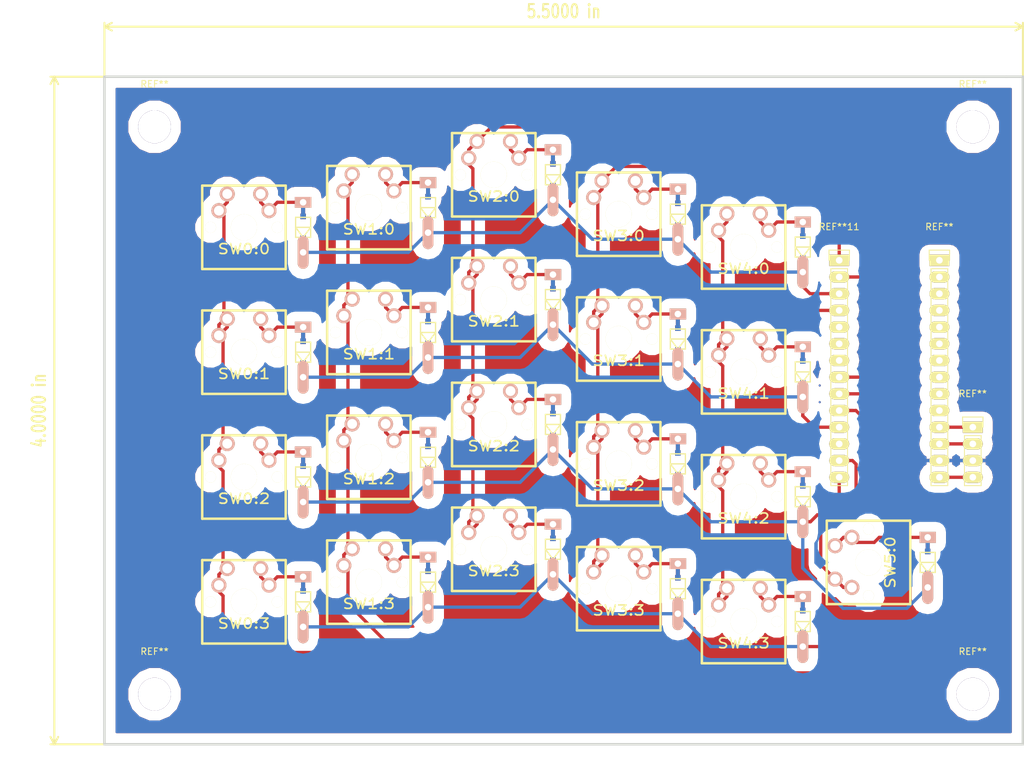
<source format=kicad_pcb>
(kicad_pcb (version 4) (host pcbnew 4.0.2-stable)
  (title_block (date "16 oct 2014"))
  (layers (0 Front signal) (31 Back signal) (34 B.Paste user) (35 F.Paste user) (36 B.SilkS user) (37 F.SilkS user) (38 B.Mask user) (39 F.Mask user) (44 Edge.Cuts user))
  (net 0 "")
  (net 1 N-row-0)
  (net 2 N-row-1)
  (net 3 N-row-2)
  (net 4 N-row-3)
  (net 5 N-col-0)
  (net 6 N-col-1)
  (net 7 N-col-2)
  (net 8 N-col-3)
  (net 9 N-col-4)
  (net 10 N-col-5)
  (net 11 N-diode-0)
  (net 12 N-diode-1)
  (net 13 N-diode-2)
  (net 14 N-diode-3)
  (net 15 N-diode-4)
  (net 16 N-diode-5)
  (net 17 N-diode-6)
  (net 18 N-diode-7)
  (net 19 N-diode-8)
  (net 20 N-diode-9)
  (net 21 N-diode-10)
  (net 22 N-diode-11)
  (net 23 N-diode-12)
  (net 24 N-diode-13)
  (net 25 N-diode-14)
  (net 26 N-diode-15)
  (net 27 N-diode-16)
  (net 28 N-diode-17)
  (net 29 N-diode-18)
  (net 30 N-diode-19)
  (net 31 N-diode-20)
  (net 32 N-VCC)
  (net 33 N-GND)
  (net 34 N-i2c-scl)
  (net 35 N-i2c-sda)
  (module MX_FLIP (layer Front) (at 39 28)
    (fp_text reference SW0:0 (at 0 3.302) (layer F.SilkS) (effects (font (size 1.524 1.778) (thickness 0.254))))
    (fp_text value "" (at 0 0) (layer F.SilkS))
    (pad 0 np_thru_hole circle (at 0 0) (size 3.9878 3.9878) (drill 3.9878) (layers *.Cu *.Mask F.SilkS))
    (pad 0 np_thru_hole circle (at -5.08 0) (size 1.7018 1.7018) (drill 1.7018) (layers *.Cu *.Mask F.SilkS))
    (pad 0 np_thru_hole circle (at 5.08 0) (size 1.7018 1.7018) (drill 1.7018) (layers *.Cu *.Mask F.SilkS))
    (pad 1 thru_hole circle (at 2.54 -5.08) (size 2.286 2.286) (drill 1.4986) (layers *.Cu *.SilkS *.Mask) (net 11 N-diode-0))
    (pad 1 thru_hole circle (at 3.81 -2.54) (size 2.286 2.286) (drill 1.4986) (layers *.Cu *.SilkS *.Mask) (net 11 N-diode-0))
    (pad 2 thru_hole circle (at -2.54 -5.08) (size 2.286 2.286) (drill 1.4986) (layers *.Cu *.SilkS *.Mask) (net 5 N-col-0))
    (pad 2 thru_hole circle (at -3.81 -2.54) (size 2.286 2.286) (drill 1.4986) (layers *.Cu *.SilkS *.Mask) (net 5 N-col-0))
  )
  (module DIODE (layer Front) (at 48 28 90)
    (fp_text reference D2:2 hide)
    (fp_text value "" (at 0 0 90) (layer F.SilkS))
    (fp_line (start -3.81 0) (end -1.6637 0) (layer Back) (width 0.6096))
    (fp_line (start 1.6637 0) (end 3.81 0) (layer Back) (width 0.6096))
    (fp_line (start -3.81 0) (end -1.6637 0) (layer Front) (width 0.6096))
    (fp_line (start 1.6637 0) (end 3.81 0) (layer Front) (width 0.6096))
    (pad 1 thru_hole oval (at -3.81 0 180) (size 1.651 5) (drill 0.9906) (layers *.Cu *.SilkS *.Mask) (net 1 N-row-0))
    (pad 2 thru_hole rect (at 3.81 0) (size 2.5 1.651) (drill 0.9906) (layers *.Cu *.SilkS *.Mask) (net 11 N-diode-0))
    (pad 99 smd rect (at -1.6637 0) (size 0.8382 0.8382) (layers Front F.Paste F.Mask))
    (pad 99 smd rect (at -1.6637 0) (size 0.8382 0.8382) (layers Back B.Paste B.Mask))
    (pad 99 smd rect (at 1.6637 0) (size 0.8382 0.8382) (layers Front F.Paste F.Mask))
    (pad 99 smd rect (at 1.6637 0) (size 0.8382 0.8382) (layers Back B.Paste B.Mask))
  )
  (module MX_FLIP (layer Front) (at 39 47)
    (fp_text reference SW0:1 (at 0 3.302) (layer F.SilkS) (effects (font (size 1.524 1.778) (thickness 0.254))))
    (fp_text value "" (at 0 0) (layer F.SilkS))
    (pad 0 np_thru_hole circle (at 0 0) (size 3.9878 3.9878) (drill 3.9878) (layers *.Cu *.Mask F.SilkS))
    (pad 0 np_thru_hole circle (at -5.08 0) (size 1.7018 1.7018) (drill 1.7018) (layers *.Cu *.Mask F.SilkS))
    (pad 0 np_thru_hole circle (at 5.08 0) (size 1.7018 1.7018) (drill 1.7018) (layers *.Cu *.Mask F.SilkS))
    (pad 1 thru_hole circle (at 2.54 -5.08) (size 2.286 2.286) (drill 1.4986) (layers *.Cu *.SilkS *.Mask) (net 12 N-diode-1))
    (pad 1 thru_hole circle (at 3.81 -2.54) (size 2.286 2.286) (drill 1.4986) (layers *.Cu *.SilkS *.Mask) (net 12 N-diode-1))
    (pad 2 thru_hole circle (at -2.54 -5.08) (size 2.286 2.286) (drill 1.4986) (layers *.Cu *.SilkS *.Mask) (net 5 N-col-0))
    (pad 2 thru_hole circle (at -3.81 -2.54) (size 2.286 2.286) (drill 1.4986) (layers *.Cu *.SilkS *.Mask) (net 5 N-col-0))
  )
  (module DIODE (layer Front) (at 48 47 90)
    (fp_text reference D2:2 hide)
    (fp_text value "" (at 0 0 90) (layer F.SilkS))
    (fp_line (start -3.81 0) (end -1.6637 0) (layer Back) (width 0.6096))
    (fp_line (start 1.6637 0) (end 3.81 0) (layer Back) (width 0.6096))
    (fp_line (start -3.81 0) (end -1.6637 0) (layer Front) (width 0.6096))
    (fp_line (start 1.6637 0) (end 3.81 0) (layer Front) (width 0.6096))
    (pad 1 thru_hole oval (at -3.81 0 180) (size 1.651 5) (drill 0.9906) (layers *.Cu *.SilkS *.Mask) (net 2 N-row-1))
    (pad 2 thru_hole rect (at 3.81 0) (size 2.5 1.651) (drill 0.9906) (layers *.Cu *.SilkS *.Mask) (net 12 N-diode-1))
    (pad 99 smd rect (at -1.6637 0) (size 0.8382 0.8382) (layers Front F.Paste F.Mask))
    (pad 99 smd rect (at -1.6637 0) (size 0.8382 0.8382) (layers Back B.Paste B.Mask))
    (pad 99 smd rect (at 1.6637 0) (size 0.8382 0.8382) (layers Front F.Paste F.Mask))
    (pad 99 smd rect (at 1.6637 0) (size 0.8382 0.8382) (layers Back B.Paste B.Mask))
  )
  (module MX_FLIP (layer Front) (at 39 66)
    (fp_text reference SW0:2 (at 0 3.302) (layer F.SilkS) (effects (font (size 1.524 1.778) (thickness 0.254))))
    (fp_text value "" (at 0 0) (layer F.SilkS))
    (pad 0 np_thru_hole circle (at 0 0) (size 3.9878 3.9878) (drill 3.9878) (layers *.Cu *.Mask F.SilkS))
    (pad 0 np_thru_hole circle (at -5.08 0) (size 1.7018 1.7018) (drill 1.7018) (layers *.Cu *.Mask F.SilkS))
    (pad 0 np_thru_hole circle (at 5.08 0) (size 1.7018 1.7018) (drill 1.7018) (layers *.Cu *.Mask F.SilkS))
    (pad 1 thru_hole circle (at 2.54 -5.08) (size 2.286 2.286) (drill 1.4986) (layers *.Cu *.SilkS *.Mask) (net 13 N-diode-2))
    (pad 1 thru_hole circle (at 3.81 -2.54) (size 2.286 2.286) (drill 1.4986) (layers *.Cu *.SilkS *.Mask) (net 13 N-diode-2))
    (pad 2 thru_hole circle (at -2.54 -5.08) (size 2.286 2.286) (drill 1.4986) (layers *.Cu *.SilkS *.Mask) (net 5 N-col-0))
    (pad 2 thru_hole circle (at -3.81 -2.54) (size 2.286 2.286) (drill 1.4986) (layers *.Cu *.SilkS *.Mask) (net 5 N-col-0))
  )
  (module DIODE (layer Front) (at 48 66 90)
    (fp_text reference D2:2 hide)
    (fp_text value "" (at 0 0 90) (layer F.SilkS))
    (fp_line (start -3.81 0) (end -1.6637 0) (layer Back) (width 0.6096))
    (fp_line (start 1.6637 0) (end 3.81 0) (layer Back) (width 0.6096))
    (fp_line (start -3.81 0) (end -1.6637 0) (layer Front) (width 0.6096))
    (fp_line (start 1.6637 0) (end 3.81 0) (layer Front) (width 0.6096))
    (pad 1 thru_hole oval (at -3.81 0 180) (size 1.651 5) (drill 0.9906) (layers *.Cu *.SilkS *.Mask) (net 3 N-row-2))
    (pad 2 thru_hole rect (at 3.81 0) (size 2.5 1.651) (drill 0.9906) (layers *.Cu *.SilkS *.Mask) (net 13 N-diode-2))
    (pad 99 smd rect (at -1.6637 0) (size 0.8382 0.8382) (layers Front F.Paste F.Mask))
    (pad 99 smd rect (at -1.6637 0) (size 0.8382 0.8382) (layers Back B.Paste B.Mask))
    (pad 99 smd rect (at 1.6637 0) (size 0.8382 0.8382) (layers Front F.Paste F.Mask))
    (pad 99 smd rect (at 1.6637 0) (size 0.8382 0.8382) (layers Back B.Paste B.Mask))
  )
  (module MX_FLIP (layer Front) (at 39 85)
    (fp_text reference SW0:3 (at 0 3.302) (layer F.SilkS) (effects (font (size 1.524 1.778) (thickness 0.254))))
    (fp_text value "" (at 0 0) (layer F.SilkS))
    (pad 0 np_thru_hole circle (at 0 0) (size 3.9878 3.9878) (drill 3.9878) (layers *.Cu *.Mask F.SilkS))
    (pad 0 np_thru_hole circle (at -5.08 0) (size 1.7018 1.7018) (drill 1.7018) (layers *.Cu *.Mask F.SilkS))
    (pad 0 np_thru_hole circle (at 5.08 0) (size 1.7018 1.7018) (drill 1.7018) (layers *.Cu *.Mask F.SilkS))
    (pad 1 thru_hole circle (at 2.54 -5.08) (size 2.286 2.286) (drill 1.4986) (layers *.Cu *.SilkS *.Mask) (net 14 N-diode-3))
    (pad 1 thru_hole circle (at 3.81 -2.54) (size 2.286 2.286) (drill 1.4986) (layers *.Cu *.SilkS *.Mask) (net 14 N-diode-3))
    (pad 2 thru_hole circle (at -2.54 -5.08) (size 2.286 2.286) (drill 1.4986) (layers *.Cu *.SilkS *.Mask) (net 5 N-col-0))
    (pad 2 thru_hole circle (at -3.81 -2.54) (size 2.286 2.286) (drill 1.4986) (layers *.Cu *.SilkS *.Mask) (net 5 N-col-0))
  )
  (module DIODE (layer Front) (at 48 85 90)
    (fp_text reference D2:2 hide)
    (fp_text value "" (at 0 0 90) (layer F.SilkS))
    (fp_line (start -3.81 0) (end -1.6637 0) (layer Back) (width 0.6096))
    (fp_line (start 1.6637 0) (end 3.81 0) (layer Back) (width 0.6096))
    (fp_line (start -3.81 0) (end -1.6637 0) (layer Front) (width 0.6096))
    (fp_line (start 1.6637 0) (end 3.81 0) (layer Front) (width 0.6096))
    (pad 1 thru_hole oval (at -3.81 0 180) (size 1.651 5) (drill 0.9906) (layers *.Cu *.SilkS *.Mask) (net 4 N-row-3))
    (pad 2 thru_hole rect (at 3.81 0) (size 2.5 1.651) (drill 0.9906) (layers *.Cu *.SilkS *.Mask) (net 14 N-diode-3))
    (pad 99 smd rect (at -1.6637 0) (size 0.8382 0.8382) (layers Front F.Paste F.Mask))
    (pad 99 smd rect (at -1.6637 0) (size 0.8382 0.8382) (layers Back B.Paste B.Mask))
    (pad 99 smd rect (at 1.6637 0) (size 0.8382 0.8382) (layers Front F.Paste F.Mask))
    (pad 99 smd rect (at 1.6637 0) (size 0.8382 0.8382) (layers Back B.Paste B.Mask))
  )
  (module MX_FLIP (layer Front) (at 58 25)
    (fp_text reference SW1:0 (at 0 3.302) (layer F.SilkS) (effects (font (size 1.524 1.778) (thickness 0.254))))
    (fp_text value "" (at 0 0) (layer F.SilkS))
    (pad 0 np_thru_hole circle (at 0 0) (size 3.9878 3.9878) (drill 3.9878) (layers *.Cu *.Mask F.SilkS))
    (pad 0 np_thru_hole circle (at -5.08 0) (size 1.7018 1.7018) (drill 1.7018) (layers *.Cu *.Mask F.SilkS))
    (pad 0 np_thru_hole circle (at 5.08 0) (size 1.7018 1.7018) (drill 1.7018) (layers *.Cu *.Mask F.SilkS))
    (pad 1 thru_hole circle (at 2.54 -5.08) (size 2.286 2.286) (drill 1.4986) (layers *.Cu *.SilkS *.Mask) (net 15 N-diode-4))
    (pad 1 thru_hole circle (at 3.81 -2.54) (size 2.286 2.286) (drill 1.4986) (layers *.Cu *.SilkS *.Mask) (net 15 N-diode-4))
    (pad 2 thru_hole circle (at -2.54 -5.08) (size 2.286 2.286) (drill 1.4986) (layers *.Cu *.SilkS *.Mask) (net 6 N-col-1))
    (pad 2 thru_hole circle (at -3.81 -2.54) (size 2.286 2.286) (drill 1.4986) (layers *.Cu *.SilkS *.Mask) (net 6 N-col-1))
  )
  (module DIODE (layer Front) (at 67 25 90)
    (fp_text reference D2:2 hide)
    (fp_text value "" (at 0 0 90) (layer F.SilkS))
    (fp_line (start -3.81 0) (end -1.6637 0) (layer Back) (width 0.6096))
    (fp_line (start 1.6637 0) (end 3.81 0) (layer Back) (width 0.6096))
    (fp_line (start -3.81 0) (end -1.6637 0) (layer Front) (width 0.6096))
    (fp_line (start 1.6637 0) (end 3.81 0) (layer Front) (width 0.6096))
    (pad 1 thru_hole oval (at -3.81 0 180) (size 1.651 5) (drill 0.9906) (layers *.Cu *.SilkS *.Mask) (net 1 N-row-0))
    (pad 2 thru_hole rect (at 3.81 0) (size 2.5 1.651) (drill 0.9906) (layers *.Cu *.SilkS *.Mask) (net 15 N-diode-4))
    (pad 99 smd rect (at -1.6637 0) (size 0.8382 0.8382) (layers Front F.Paste F.Mask))
    (pad 99 smd rect (at -1.6637 0) (size 0.8382 0.8382) (layers Back B.Paste B.Mask))
    (pad 99 smd rect (at 1.6637 0) (size 0.8382 0.8382) (layers Front F.Paste F.Mask))
    (pad 99 smd rect (at 1.6637 0) (size 0.8382 0.8382) (layers Back B.Paste B.Mask))
  )
  (module MX_FLIP (layer Front) (at 58 44)
    (fp_text reference SW1:1 (at 0 3.302) (layer F.SilkS) (effects (font (size 1.524 1.778) (thickness 0.254))))
    (fp_text value "" (at 0 0) (layer F.SilkS))
    (pad 0 np_thru_hole circle (at 0 0) (size 3.9878 3.9878) (drill 3.9878) (layers *.Cu *.Mask F.SilkS))
    (pad 0 np_thru_hole circle (at -5.08 0) (size 1.7018 1.7018) (drill 1.7018) (layers *.Cu *.Mask F.SilkS))
    (pad 0 np_thru_hole circle (at 5.08 0) (size 1.7018 1.7018) (drill 1.7018) (layers *.Cu *.Mask F.SilkS))
    (pad 1 thru_hole circle (at 2.54 -5.08) (size 2.286 2.286) (drill 1.4986) (layers *.Cu *.SilkS *.Mask) (net 16 N-diode-5))
    (pad 1 thru_hole circle (at 3.81 -2.54) (size 2.286 2.286) (drill 1.4986) (layers *.Cu *.SilkS *.Mask) (net 16 N-diode-5))
    (pad 2 thru_hole circle (at -2.54 -5.08) (size 2.286 2.286) (drill 1.4986) (layers *.Cu *.SilkS *.Mask) (net 6 N-col-1))
    (pad 2 thru_hole circle (at -3.81 -2.54) (size 2.286 2.286) (drill 1.4986) (layers *.Cu *.SilkS *.Mask) (net 6 N-col-1))
  )
  (module DIODE (layer Front) (at 67 44 90)
    (fp_text reference D2:2 hide)
    (fp_text value "" (at 0 0 90) (layer F.SilkS))
    (fp_line (start -3.81 0) (end -1.6637 0) (layer Back) (width 0.6096))
    (fp_line (start 1.6637 0) (end 3.81 0) (layer Back) (width 0.6096))
    (fp_line (start -3.81 0) (end -1.6637 0) (layer Front) (width 0.6096))
    (fp_line (start 1.6637 0) (end 3.81 0) (layer Front) (width 0.6096))
    (pad 1 thru_hole oval (at -3.81 0 180) (size 1.651 5) (drill 0.9906) (layers *.Cu *.SilkS *.Mask) (net 2 N-row-1))
    (pad 2 thru_hole rect (at 3.81 0) (size 2.5 1.651) (drill 0.9906) (layers *.Cu *.SilkS *.Mask) (net 16 N-diode-5))
    (pad 99 smd rect (at -1.6637 0) (size 0.8382 0.8382) (layers Front F.Paste F.Mask))
    (pad 99 smd rect (at -1.6637 0) (size 0.8382 0.8382) (layers Back B.Paste B.Mask))
    (pad 99 smd rect (at 1.6637 0) (size 0.8382 0.8382) (layers Front F.Paste F.Mask))
    (pad 99 smd rect (at 1.6637 0) (size 0.8382 0.8382) (layers Back B.Paste B.Mask))
  )
  (module MX_FLIP (layer Front) (at 58 63)
    (fp_text reference SW1:2 (at 0 3.302) (layer F.SilkS) (effects (font (size 1.524 1.778) (thickness 0.254))))
    (fp_text value "" (at 0 0) (layer F.SilkS))
    (pad 0 np_thru_hole circle (at 0 0) (size 3.9878 3.9878) (drill 3.9878) (layers *.Cu *.Mask F.SilkS))
    (pad 0 np_thru_hole circle (at -5.08 0) (size 1.7018 1.7018) (drill 1.7018) (layers *.Cu *.Mask F.SilkS))
    (pad 0 np_thru_hole circle (at 5.08 0) (size 1.7018 1.7018) (drill 1.7018) (layers *.Cu *.Mask F.SilkS))
    (pad 1 thru_hole circle (at 2.54 -5.08) (size 2.286 2.286) (drill 1.4986) (layers *.Cu *.SilkS *.Mask) (net 17 N-diode-6))
    (pad 1 thru_hole circle (at 3.81 -2.54) (size 2.286 2.286) (drill 1.4986) (layers *.Cu *.SilkS *.Mask) (net 17 N-diode-6))
    (pad 2 thru_hole circle (at -2.54 -5.08) (size 2.286 2.286) (drill 1.4986) (layers *.Cu *.SilkS *.Mask) (net 6 N-col-1))
    (pad 2 thru_hole circle (at -3.81 -2.54) (size 2.286 2.286) (drill 1.4986) (layers *.Cu *.SilkS *.Mask) (net 6 N-col-1))
  )
  (module DIODE (layer Front) (at 67 63 90)
    (fp_text reference D2:2 hide)
    (fp_text value "" (at 0 0 90) (layer F.SilkS))
    (fp_line (start -3.81 0) (end -1.6637 0) (layer Back) (width 0.6096))
    (fp_line (start 1.6637 0) (end 3.81 0) (layer Back) (width 0.6096))
    (fp_line (start -3.81 0) (end -1.6637 0) (layer Front) (width 0.6096))
    (fp_line (start 1.6637 0) (end 3.81 0) (layer Front) (width 0.6096))
    (pad 1 thru_hole oval (at -3.81 0 180) (size 1.651 5) (drill 0.9906) (layers *.Cu *.SilkS *.Mask) (net 3 N-row-2))
    (pad 2 thru_hole rect (at 3.81 0) (size 2.5 1.651) (drill 0.9906) (layers *.Cu *.SilkS *.Mask) (net 17 N-diode-6))
    (pad 99 smd rect (at -1.6637 0) (size 0.8382 0.8382) (layers Front F.Paste F.Mask))
    (pad 99 smd rect (at -1.6637 0) (size 0.8382 0.8382) (layers Back B.Paste B.Mask))
    (pad 99 smd rect (at 1.6637 0) (size 0.8382 0.8382) (layers Front F.Paste F.Mask))
    (pad 99 smd rect (at 1.6637 0) (size 0.8382 0.8382) (layers Back B.Paste B.Mask))
  )
  (module MX_FLIP (layer Front) (at 58 82)
    (fp_text reference SW1:3 (at 0 3.302) (layer F.SilkS) (effects (font (size 1.524 1.778) (thickness 0.254))))
    (fp_text value "" (at 0 0) (layer F.SilkS))
    (pad 0 np_thru_hole circle (at 0 0) (size 3.9878 3.9878) (drill 3.9878) (layers *.Cu *.Mask F.SilkS))
    (pad 0 np_thru_hole circle (at -5.08 0) (size 1.7018 1.7018) (drill 1.7018) (layers *.Cu *.Mask F.SilkS))
    (pad 0 np_thru_hole circle (at 5.08 0) (size 1.7018 1.7018) (drill 1.7018) (layers *.Cu *.Mask F.SilkS))
    (pad 1 thru_hole circle (at 2.54 -5.08) (size 2.286 2.286) (drill 1.4986) (layers *.Cu *.SilkS *.Mask) (net 18 N-diode-7))
    (pad 1 thru_hole circle (at 3.81 -2.54) (size 2.286 2.286) (drill 1.4986) (layers *.Cu *.SilkS *.Mask) (net 18 N-diode-7))
    (pad 2 thru_hole circle (at -2.54 -5.08) (size 2.286 2.286) (drill 1.4986) (layers *.Cu *.SilkS *.Mask) (net 6 N-col-1))
    (pad 2 thru_hole circle (at -3.81 -2.54) (size 2.286 2.286) (drill 1.4986) (layers *.Cu *.SilkS *.Mask) (net 6 N-col-1))
  )
  (module DIODE (layer Front) (at 67 82 90)
    (fp_text reference D2:2 hide)
    (fp_text value "" (at 0 0 90) (layer F.SilkS))
    (fp_line (start -3.81 0) (end -1.6637 0) (layer Back) (width 0.6096))
    (fp_line (start 1.6637 0) (end 3.81 0) (layer Back) (width 0.6096))
    (fp_line (start -3.81 0) (end -1.6637 0) (layer Front) (width 0.6096))
    (fp_line (start 1.6637 0) (end 3.81 0) (layer Front) (width 0.6096))
    (pad 1 thru_hole oval (at -3.81 0 180) (size 1.651 5) (drill 0.9906) (layers *.Cu *.SilkS *.Mask) (net 4 N-row-3))
    (pad 2 thru_hole rect (at 3.81 0) (size 2.5 1.651) (drill 0.9906) (layers *.Cu *.SilkS *.Mask) (net 18 N-diode-7))
    (pad 99 smd rect (at -1.6637 0) (size 0.8382 0.8382) (layers Front F.Paste F.Mask))
    (pad 99 smd rect (at -1.6637 0) (size 0.8382 0.8382) (layers Back B.Paste B.Mask))
    (pad 99 smd rect (at 1.6637 0) (size 0.8382 0.8382) (layers Front F.Paste F.Mask))
    (pad 99 smd rect (at 1.6637 0) (size 0.8382 0.8382) (layers Back B.Paste B.Mask))
  )
  (module MX_FLIP (layer Front) (at 77 20)
    (fp_text reference SW2:0 (at 0 3.302) (layer F.SilkS) (effects (font (size 1.524 1.778) (thickness 0.254))))
    (fp_text value "" (at 0 0) (layer F.SilkS))
    (pad 0 np_thru_hole circle (at 0 0) (size 3.9878 3.9878) (drill 3.9878) (layers *.Cu *.Mask F.SilkS))
    (pad 0 np_thru_hole circle (at -5.08 0) (size 1.7018 1.7018) (drill 1.7018) (layers *.Cu *.Mask F.SilkS))
    (pad 0 np_thru_hole circle (at 5.08 0) (size 1.7018 1.7018) (drill 1.7018) (layers *.Cu *.Mask F.SilkS))
    (pad 1 thru_hole circle (at 2.54 -5.08) (size 2.286 2.286) (drill 1.4986) (layers *.Cu *.SilkS *.Mask) (net 19 N-diode-8))
    (pad 1 thru_hole circle (at 3.81 -2.54) (size 2.286 2.286) (drill 1.4986) (layers *.Cu *.SilkS *.Mask) (net 19 N-diode-8))
    (pad 2 thru_hole circle (at -2.54 -5.08) (size 2.286 2.286) (drill 1.4986) (layers *.Cu *.SilkS *.Mask) (net 7 N-col-2))
    (pad 2 thru_hole circle (at -3.81 -2.54) (size 2.286 2.286) (drill 1.4986) (layers *.Cu *.SilkS *.Mask) (net 7 N-col-2))
  )
  (module DIODE (layer Front) (at 86 20 90)
    (fp_text reference D2:2 hide)
    (fp_text value "" (at 0 0 90) (layer F.SilkS))
    (fp_line (start -3.81 0) (end -1.6637 0) (layer Back) (width 0.6096))
    (fp_line (start 1.6637 0) (end 3.81 0) (layer Back) (width 0.6096))
    (fp_line (start -3.81 0) (end -1.6637 0) (layer Front) (width 0.6096))
    (fp_line (start 1.6637 0) (end 3.81 0) (layer Front) (width 0.6096))
    (pad 1 thru_hole oval (at -3.81 0 180) (size 1.651 5) (drill 0.9906) (layers *.Cu *.SilkS *.Mask) (net 1 N-row-0))
    (pad 2 thru_hole rect (at 3.81 0) (size 2.5 1.651) (drill 0.9906) (layers *.Cu *.SilkS *.Mask) (net 19 N-diode-8))
    (pad 99 smd rect (at -1.6637 0) (size 0.8382 0.8382) (layers Front F.Paste F.Mask))
    (pad 99 smd rect (at -1.6637 0) (size 0.8382 0.8382) (layers Back B.Paste B.Mask))
    (pad 99 smd rect (at 1.6637 0) (size 0.8382 0.8382) (layers Front F.Paste F.Mask))
    (pad 99 smd rect (at 1.6637 0) (size 0.8382 0.8382) (layers Back B.Paste B.Mask))
  )
  (module MX_FLIP (layer Front) (at 77 39)
    (fp_text reference SW2:1 (at 0 3.302) (layer F.SilkS) (effects (font (size 1.524 1.778) (thickness 0.254))))
    (fp_text value "" (at 0 0) (layer F.SilkS))
    (pad 0 np_thru_hole circle (at 0 0) (size 3.9878 3.9878) (drill 3.9878) (layers *.Cu *.Mask F.SilkS))
    (pad 0 np_thru_hole circle (at -5.08 0) (size 1.7018 1.7018) (drill 1.7018) (layers *.Cu *.Mask F.SilkS))
    (pad 0 np_thru_hole circle (at 5.08 0) (size 1.7018 1.7018) (drill 1.7018) (layers *.Cu *.Mask F.SilkS))
    (pad 1 thru_hole circle (at 2.54 -5.08) (size 2.286 2.286) (drill 1.4986) (layers *.Cu *.SilkS *.Mask) (net 20 N-diode-9))
    (pad 1 thru_hole circle (at 3.81 -2.54) (size 2.286 2.286) (drill 1.4986) (layers *.Cu *.SilkS *.Mask) (net 20 N-diode-9))
    (pad 2 thru_hole circle (at -2.54 -5.08) (size 2.286 2.286) (drill 1.4986) (layers *.Cu *.SilkS *.Mask) (net 7 N-col-2))
    (pad 2 thru_hole circle (at -3.81 -2.54) (size 2.286 2.286) (drill 1.4986) (layers *.Cu *.SilkS *.Mask) (net 7 N-col-2))
  )
  (module DIODE (layer Front) (at 86 39 90)
    (fp_text reference D2:2 hide)
    (fp_text value "" (at 0 0 90) (layer F.SilkS))
    (fp_line (start -3.81 0) (end -1.6637 0) (layer Back) (width 0.6096))
    (fp_line (start 1.6637 0) (end 3.81 0) (layer Back) (width 0.6096))
    (fp_line (start -3.81 0) (end -1.6637 0) (layer Front) (width 0.6096))
    (fp_line (start 1.6637 0) (end 3.81 0) (layer Front) (width 0.6096))
    (pad 1 thru_hole oval (at -3.81 0 180) (size 1.651 5) (drill 0.9906) (layers *.Cu *.SilkS *.Mask) (net 2 N-row-1))
    (pad 2 thru_hole rect (at 3.81 0) (size 2.5 1.651) (drill 0.9906) (layers *.Cu *.SilkS *.Mask) (net 20 N-diode-9))
    (pad 99 smd rect (at -1.6637 0) (size 0.8382 0.8382) (layers Front F.Paste F.Mask))
    (pad 99 smd rect (at -1.6637 0) (size 0.8382 0.8382) (layers Back B.Paste B.Mask))
    (pad 99 smd rect (at 1.6637 0) (size 0.8382 0.8382) (layers Front F.Paste F.Mask))
    (pad 99 smd rect (at 1.6637 0) (size 0.8382 0.8382) (layers Back B.Paste B.Mask))
  )
  (module MX_FLIP (layer Front) (at 77 58)
    (fp_text reference SW2:2 (at 0 3.302) (layer F.SilkS) (effects (font (size 1.524 1.778) (thickness 0.254))))
    (fp_text value "" (at 0 0) (layer F.SilkS))
    (pad 0 np_thru_hole circle (at 0 0) (size 3.9878 3.9878) (drill 3.9878) (layers *.Cu *.Mask F.SilkS))
    (pad 0 np_thru_hole circle (at -5.08 0) (size 1.7018 1.7018) (drill 1.7018) (layers *.Cu *.Mask F.SilkS))
    (pad 0 np_thru_hole circle (at 5.08 0) (size 1.7018 1.7018) (drill 1.7018) (layers *.Cu *.Mask F.SilkS))
    (pad 1 thru_hole circle (at 2.54 -5.08) (size 2.286 2.286) (drill 1.4986) (layers *.Cu *.SilkS *.Mask) (net 21 N-diode-10))
    (pad 1 thru_hole circle (at 3.81 -2.54) (size 2.286 2.286) (drill 1.4986) (layers *.Cu *.SilkS *.Mask) (net 21 N-diode-10))
    (pad 2 thru_hole circle (at -2.54 -5.08) (size 2.286 2.286) (drill 1.4986) (layers *.Cu *.SilkS *.Mask) (net 7 N-col-2))
    (pad 2 thru_hole circle (at -3.81 -2.54) (size 2.286 2.286) (drill 1.4986) (layers *.Cu *.SilkS *.Mask) (net 7 N-col-2))
  )
  (module DIODE (layer Front) (at 86 58 90)
    (fp_text reference D2:2 hide)
    (fp_text value "" (at 0 0 90) (layer F.SilkS))
    (fp_line (start -3.81 0) (end -1.6637 0) (layer Back) (width 0.6096))
    (fp_line (start 1.6637 0) (end 3.81 0) (layer Back) (width 0.6096))
    (fp_line (start -3.81 0) (end -1.6637 0) (layer Front) (width 0.6096))
    (fp_line (start 1.6637 0) (end 3.81 0) (layer Front) (width 0.6096))
    (pad 1 thru_hole oval (at -3.81 0 180) (size 1.651 5) (drill 0.9906) (layers *.Cu *.SilkS *.Mask) (net 3 N-row-2))
    (pad 2 thru_hole rect (at 3.81 0) (size 2.5 1.651) (drill 0.9906) (layers *.Cu *.SilkS *.Mask) (net 21 N-diode-10))
    (pad 99 smd rect (at -1.6637 0) (size 0.8382 0.8382) (layers Front F.Paste F.Mask))
    (pad 99 smd rect (at -1.6637 0) (size 0.8382 0.8382) (layers Back B.Paste B.Mask))
    (pad 99 smd rect (at 1.6637 0) (size 0.8382 0.8382) (layers Front F.Paste F.Mask))
    (pad 99 smd rect (at 1.6637 0) (size 0.8382 0.8382) (layers Back B.Paste B.Mask))
  )
  (module MX_FLIP (layer Front) (at 77 77)
    (fp_text reference SW2:3 (at 0 3.302) (layer F.SilkS) (effects (font (size 1.524 1.778) (thickness 0.254))))
    (fp_text value "" (at 0 0) (layer F.SilkS))
    (pad 0 np_thru_hole circle (at 0 0) (size 3.9878 3.9878) (drill 3.9878) (layers *.Cu *.Mask F.SilkS))
    (pad 0 np_thru_hole circle (at -5.08 0) (size 1.7018 1.7018) (drill 1.7018) (layers *.Cu *.Mask F.SilkS))
    (pad 0 np_thru_hole circle (at 5.08 0) (size 1.7018 1.7018) (drill 1.7018) (layers *.Cu *.Mask F.SilkS))
    (pad 1 thru_hole circle (at 2.54 -5.08) (size 2.286 2.286) (drill 1.4986) (layers *.Cu *.SilkS *.Mask) (net 22 N-diode-11))
    (pad 1 thru_hole circle (at 3.81 -2.54) (size 2.286 2.286) (drill 1.4986) (layers *.Cu *.SilkS *.Mask) (net 22 N-diode-11))
    (pad 2 thru_hole circle (at -2.54 -5.08) (size 2.286 2.286) (drill 1.4986) (layers *.Cu *.SilkS *.Mask) (net 7 N-col-2))
    (pad 2 thru_hole circle (at -3.81 -2.54) (size 2.286 2.286) (drill 1.4986) (layers *.Cu *.SilkS *.Mask) (net 7 N-col-2))
  )
  (module DIODE (layer Front) (at 86 77 90)
    (fp_text reference D2:2 hide)
    (fp_text value "" (at 0 0 90) (layer F.SilkS))
    (fp_line (start -3.81 0) (end -1.6637 0) (layer Back) (width 0.6096))
    (fp_line (start 1.6637 0) (end 3.81 0) (layer Back) (width 0.6096))
    (fp_line (start -3.81 0) (end -1.6637 0) (layer Front) (width 0.6096))
    (fp_line (start 1.6637 0) (end 3.81 0) (layer Front) (width 0.6096))
    (pad 1 thru_hole oval (at -3.81 0 180) (size 1.651 5) (drill 0.9906) (layers *.Cu *.SilkS *.Mask) (net 4 N-row-3))
    (pad 2 thru_hole rect (at 3.81 0) (size 2.5 1.651) (drill 0.9906) (layers *.Cu *.SilkS *.Mask) (net 22 N-diode-11))
    (pad 99 smd rect (at -1.6637 0) (size 0.8382 0.8382) (layers Front F.Paste F.Mask))
    (pad 99 smd rect (at -1.6637 0) (size 0.8382 0.8382) (layers Back B.Paste B.Mask))
    (pad 99 smd rect (at 1.6637 0) (size 0.8382 0.8382) (layers Front F.Paste F.Mask))
    (pad 99 smd rect (at 1.6637 0) (size 0.8382 0.8382) (layers Back B.Paste B.Mask))
  )
  (module MX_FLIP (layer Front) (at 96 26)
    (fp_text reference SW3:0 (at 0 3.302) (layer F.SilkS) (effects (font (size 1.524 1.778) (thickness 0.254))))
    (fp_text value "" (at 0 0) (layer F.SilkS))
    (pad 0 np_thru_hole circle (at 0 0) (size 3.9878 3.9878) (drill 3.9878) (layers *.Cu *.Mask F.SilkS))
    (pad 0 np_thru_hole circle (at -5.08 0) (size 1.7018 1.7018) (drill 1.7018) (layers *.Cu *.Mask F.SilkS))
    (pad 0 np_thru_hole circle (at 5.08 0) (size 1.7018 1.7018) (drill 1.7018) (layers *.Cu *.Mask F.SilkS))
    (pad 1 thru_hole circle (at 2.54 -5.08) (size 2.286 2.286) (drill 1.4986) (layers *.Cu *.SilkS *.Mask) (net 23 N-diode-12))
    (pad 1 thru_hole circle (at 3.81 -2.54) (size 2.286 2.286) (drill 1.4986) (layers *.Cu *.SilkS *.Mask) (net 23 N-diode-12))
    (pad 2 thru_hole circle (at -2.54 -5.08) (size 2.286 2.286) (drill 1.4986) (layers *.Cu *.SilkS *.Mask) (net 8 N-col-3))
    (pad 2 thru_hole circle (at -3.81 -2.54) (size 2.286 2.286) (drill 1.4986) (layers *.Cu *.SilkS *.Mask) (net 8 N-col-3))
  )
  (module DIODE (layer Front) (at 105 26 90)
    (fp_text reference D2:2 hide)
    (fp_text value "" (at 0 0 90) (layer F.SilkS))
    (fp_line (start -3.81 0) (end -1.6637 0) (layer Back) (width 0.6096))
    (fp_line (start 1.6637 0) (end 3.81 0) (layer Back) (width 0.6096))
    (fp_line (start -3.81 0) (end -1.6637 0) (layer Front) (width 0.6096))
    (fp_line (start 1.6637 0) (end 3.81 0) (layer Front) (width 0.6096))
    (pad 1 thru_hole oval (at -3.81 0 180) (size 1.651 5) (drill 0.9906) (layers *.Cu *.SilkS *.Mask) (net 1 N-row-0))
    (pad 2 thru_hole rect (at 3.81 0) (size 2.5 1.651) (drill 0.9906) (layers *.Cu *.SilkS *.Mask) (net 23 N-diode-12))
    (pad 99 smd rect (at -1.6637 0) (size 0.8382 0.8382) (layers Front F.Paste F.Mask))
    (pad 99 smd rect (at -1.6637 0) (size 0.8382 0.8382) (layers Back B.Paste B.Mask))
    (pad 99 smd rect (at 1.6637 0) (size 0.8382 0.8382) (layers Front F.Paste F.Mask))
    (pad 99 smd rect (at 1.6637 0) (size 0.8382 0.8382) (layers Back B.Paste B.Mask))
  )
  (module MX_FLIP (layer Front) (at 96 45)
    (fp_text reference SW3:1 (at 0 3.302) (layer F.SilkS) (effects (font (size 1.524 1.778) (thickness 0.254))))
    (fp_text value "" (at 0 0) (layer F.SilkS))
    (pad 0 np_thru_hole circle (at 0 0) (size 3.9878 3.9878) (drill 3.9878) (layers *.Cu *.Mask F.SilkS))
    (pad 0 np_thru_hole circle (at -5.08 0) (size 1.7018 1.7018) (drill 1.7018) (layers *.Cu *.Mask F.SilkS))
    (pad 0 np_thru_hole circle (at 5.08 0) (size 1.7018 1.7018) (drill 1.7018) (layers *.Cu *.Mask F.SilkS))
    (pad 1 thru_hole circle (at 2.54 -5.08) (size 2.286 2.286) (drill 1.4986) (layers *.Cu *.SilkS *.Mask) (net 24 N-diode-13))
    (pad 1 thru_hole circle (at 3.81 -2.54) (size 2.286 2.286) (drill 1.4986) (layers *.Cu *.SilkS *.Mask) (net 24 N-diode-13))
    (pad 2 thru_hole circle (at -2.54 -5.08) (size 2.286 2.286) (drill 1.4986) (layers *.Cu *.SilkS *.Mask) (net 8 N-col-3))
    (pad 2 thru_hole circle (at -3.81 -2.54) (size 2.286 2.286) (drill 1.4986) (layers *.Cu *.SilkS *.Mask) (net 8 N-col-3))
  )
  (module DIODE (layer Front) (at 105 45 90)
    (fp_text reference D2:2 hide)
    (fp_text value "" (at 0 0 90) (layer F.SilkS))
    (fp_line (start -3.81 0) (end -1.6637 0) (layer Back) (width 0.6096))
    (fp_line (start 1.6637 0) (end 3.81 0) (layer Back) (width 0.6096))
    (fp_line (start -3.81 0) (end -1.6637 0) (layer Front) (width 0.6096))
    (fp_line (start 1.6637 0) (end 3.81 0) (layer Front) (width 0.6096))
    (pad 1 thru_hole oval (at -3.81 0 180) (size 1.651 5) (drill 0.9906) (layers *.Cu *.SilkS *.Mask) (net 2 N-row-1))
    (pad 2 thru_hole rect (at 3.81 0) (size 2.5 1.651) (drill 0.9906) (layers *.Cu *.SilkS *.Mask) (net 24 N-diode-13))
    (pad 99 smd rect (at -1.6637 0) (size 0.8382 0.8382) (layers Front F.Paste F.Mask))
    (pad 99 smd rect (at -1.6637 0) (size 0.8382 0.8382) (layers Back B.Paste B.Mask))
    (pad 99 smd rect (at 1.6637 0) (size 0.8382 0.8382) (layers Front F.Paste F.Mask))
    (pad 99 smd rect (at 1.6637 0) (size 0.8382 0.8382) (layers Back B.Paste B.Mask))
  )
  (module MX_FLIP (layer Front) (at 96 64)
    (fp_text reference SW3:2 (at 0 3.302) (layer F.SilkS) (effects (font (size 1.524 1.778) (thickness 0.254))))
    (fp_text value "" (at 0 0) (layer F.SilkS))
    (pad 0 np_thru_hole circle (at 0 0) (size 3.9878 3.9878) (drill 3.9878) (layers *.Cu *.Mask F.SilkS))
    (pad 0 np_thru_hole circle (at -5.08 0) (size 1.7018 1.7018) (drill 1.7018) (layers *.Cu *.Mask F.SilkS))
    (pad 0 np_thru_hole circle (at 5.08 0) (size 1.7018 1.7018) (drill 1.7018) (layers *.Cu *.Mask F.SilkS))
    (pad 1 thru_hole circle (at 2.54 -5.08) (size 2.286 2.286) (drill 1.4986) (layers *.Cu *.SilkS *.Mask) (net 25 N-diode-14))
    (pad 1 thru_hole circle (at 3.81 -2.54) (size 2.286 2.286) (drill 1.4986) (layers *.Cu *.SilkS *.Mask) (net 25 N-diode-14))
    (pad 2 thru_hole circle (at -2.54 -5.08) (size 2.286 2.286) (drill 1.4986) (layers *.Cu *.SilkS *.Mask) (net 8 N-col-3))
    (pad 2 thru_hole circle (at -3.81 -2.54) (size 2.286 2.286) (drill 1.4986) (layers *.Cu *.SilkS *.Mask) (net 8 N-col-3))
  )
  (module DIODE (layer Front) (at 105 64 90)
    (fp_text reference D2:2 hide)
    (fp_text value "" (at 0 0 90) (layer F.SilkS))
    (fp_line (start -3.81 0) (end -1.6637 0) (layer Back) (width 0.6096))
    (fp_line (start 1.6637 0) (end 3.81 0) (layer Back) (width 0.6096))
    (fp_line (start -3.81 0) (end -1.6637 0) (layer Front) (width 0.6096))
    (fp_line (start 1.6637 0) (end 3.81 0) (layer Front) (width 0.6096))
    (pad 1 thru_hole oval (at -3.81 0 180) (size 1.651 5) (drill 0.9906) (layers *.Cu *.SilkS *.Mask) (net 3 N-row-2))
    (pad 2 thru_hole rect (at 3.81 0) (size 2.5 1.651) (drill 0.9906) (layers *.Cu *.SilkS *.Mask) (net 25 N-diode-14))
    (pad 99 smd rect (at -1.6637 0) (size 0.8382 0.8382) (layers Front F.Paste F.Mask))
    (pad 99 smd rect (at -1.6637 0) (size 0.8382 0.8382) (layers Back B.Paste B.Mask))
    (pad 99 smd rect (at 1.6637 0) (size 0.8382 0.8382) (layers Front F.Paste F.Mask))
    (pad 99 smd rect (at 1.6637 0) (size 0.8382 0.8382) (layers Back B.Paste B.Mask))
  )
  (module MX_FLIP (layer Front) (at 96 83)
    (fp_text reference SW3:3 (at 0 3.302) (layer F.SilkS) (effects (font (size 1.524 1.778) (thickness 0.254))))
    (fp_text value "" (at 0 0) (layer F.SilkS))
    (pad 0 np_thru_hole circle (at 0 0) (size 3.9878 3.9878) (drill 3.9878) (layers *.Cu *.Mask F.SilkS))
    (pad 0 np_thru_hole circle (at -5.08 0) (size 1.7018 1.7018) (drill 1.7018) (layers *.Cu *.Mask F.SilkS))
    (pad 0 np_thru_hole circle (at 5.08 0) (size 1.7018 1.7018) (drill 1.7018) (layers *.Cu *.Mask F.SilkS))
    (pad 1 thru_hole circle (at 2.54 -5.08) (size 2.286 2.286) (drill 1.4986) (layers *.Cu *.SilkS *.Mask) (net 26 N-diode-15))
    (pad 1 thru_hole circle (at 3.81 -2.54) (size 2.286 2.286) (drill 1.4986) (layers *.Cu *.SilkS *.Mask) (net 26 N-diode-15))
    (pad 2 thru_hole circle (at -2.54 -5.08) (size 2.286 2.286) (drill 1.4986) (layers *.Cu *.SilkS *.Mask) (net 8 N-col-3))
    (pad 2 thru_hole circle (at -3.81 -2.54) (size 2.286 2.286) (drill 1.4986) (layers *.Cu *.SilkS *.Mask) (net 8 N-col-3))
  )
  (module DIODE (layer Front) (at 105 83 90)
    (fp_text reference D2:2 hide)
    (fp_text value "" (at 0 0 90) (layer F.SilkS))
    (fp_line (start -3.81 0) (end -1.6637 0) (layer Back) (width 0.6096))
    (fp_line (start 1.6637 0) (end 3.81 0) (layer Back) (width 0.6096))
    (fp_line (start -3.81 0) (end -1.6637 0) (layer Front) (width 0.6096))
    (fp_line (start 1.6637 0) (end 3.81 0) (layer Front) (width 0.6096))
    (pad 1 thru_hole oval (at -3.81 0 180) (size 1.651 5) (drill 0.9906) (layers *.Cu *.SilkS *.Mask) (net 4 N-row-3))
    (pad 2 thru_hole rect (at 3.81 0) (size 2.5 1.651) (drill 0.9906) (layers *.Cu *.SilkS *.Mask) (net 26 N-diode-15))
    (pad 99 smd rect (at -1.6637 0) (size 0.8382 0.8382) (layers Front F.Paste F.Mask))
    (pad 99 smd rect (at -1.6637 0) (size 0.8382 0.8382) (layers Back B.Paste B.Mask))
    (pad 99 smd rect (at 1.6637 0) (size 0.8382 0.8382) (layers Front F.Paste F.Mask))
    (pad 99 smd rect (at 1.6637 0) (size 0.8382 0.8382) (layers Back B.Paste B.Mask))
  )
  (module MX_FLIP (layer Front) (at 115 31)
    (fp_text reference SW4:0 (at 0 3.302) (layer F.SilkS) (effects (font (size 1.524 1.778) (thickness 0.254))))
    (fp_text value "" (at 0 0) (layer F.SilkS))
    (pad 0 np_thru_hole circle (at 0 0) (size 3.9878 3.9878) (drill 3.9878) (layers *.Cu *.Mask F.SilkS))
    (pad 0 np_thru_hole circle (at -5.08 0) (size 1.7018 1.7018) (drill 1.7018) (layers *.Cu *.Mask F.SilkS))
    (pad 0 np_thru_hole circle (at 5.08 0) (size 1.7018 1.7018) (drill 1.7018) (layers *.Cu *.Mask F.SilkS))
    (pad 1 thru_hole circle (at 2.54 -5.08) (size 2.286 2.286) (drill 1.4986) (layers *.Cu *.SilkS *.Mask) (net 27 N-diode-16))
    (pad 1 thru_hole circle (at 3.81 -2.54) (size 2.286 2.286) (drill 1.4986) (layers *.Cu *.SilkS *.Mask) (net 27 N-diode-16))
    (pad 2 thru_hole circle (at -2.54 -5.08) (size 2.286 2.286) (drill 1.4986) (layers *.Cu *.SilkS *.Mask) (net 9 N-col-4))
    (pad 2 thru_hole circle (at -3.81 -2.54) (size 2.286 2.286) (drill 1.4986) (layers *.Cu *.SilkS *.Mask) (net 9 N-col-4))
  )
  (module DIODE (layer Front) (at 124 31 90)
    (fp_text reference D2:2 hide)
    (fp_text value "" (at 0 0 90) (layer F.SilkS))
    (fp_line (start -3.81 0) (end -1.6637 0) (layer Back) (width 0.6096))
    (fp_line (start 1.6637 0) (end 3.81 0) (layer Back) (width 0.6096))
    (fp_line (start -3.81 0) (end -1.6637 0) (layer Front) (width 0.6096))
    (fp_line (start 1.6637 0) (end 3.81 0) (layer Front) (width 0.6096))
    (pad 1 thru_hole oval (at -3.81 0 180) (size 1.651 5) (drill 0.9906) (layers *.Cu *.SilkS *.Mask) (net 1 N-row-0))
    (pad 2 thru_hole rect (at 3.81 0) (size 2.5 1.651) (drill 0.9906) (layers *.Cu *.SilkS *.Mask) (net 27 N-diode-16))
    (pad 99 smd rect (at -1.6637 0) (size 0.8382 0.8382) (layers Front F.Paste F.Mask))
    (pad 99 smd rect (at -1.6637 0) (size 0.8382 0.8382) (layers Back B.Paste B.Mask))
    (pad 99 smd rect (at 1.6637 0) (size 0.8382 0.8382) (layers Front F.Paste F.Mask))
    (pad 99 smd rect (at 1.6637 0) (size 0.8382 0.8382) (layers Back B.Paste B.Mask))
  )
  (module MX_FLIP (layer Front) (at 115 50)
    (fp_text reference SW4:1 (at 0 3.302) (layer F.SilkS) (effects (font (size 1.524 1.778) (thickness 0.254))))
    (fp_text value "" (at 0 0) (layer F.SilkS))
    (pad 0 np_thru_hole circle (at 0 0) (size 3.9878 3.9878) (drill 3.9878) (layers *.Cu *.Mask F.SilkS))
    (pad 0 np_thru_hole circle (at -5.08 0) (size 1.7018 1.7018) (drill 1.7018) (layers *.Cu *.Mask F.SilkS))
    (pad 0 np_thru_hole circle (at 5.08 0) (size 1.7018 1.7018) (drill 1.7018) (layers *.Cu *.Mask F.SilkS))
    (pad 1 thru_hole circle (at 2.54 -5.08) (size 2.286 2.286) (drill 1.4986) (layers *.Cu *.SilkS *.Mask) (net 28 N-diode-17))
    (pad 1 thru_hole circle (at 3.81 -2.54) (size 2.286 2.286) (drill 1.4986) (layers *.Cu *.SilkS *.Mask) (net 28 N-diode-17))
    (pad 2 thru_hole circle (at -2.54 -5.08) (size 2.286 2.286) (drill 1.4986) (layers *.Cu *.SilkS *.Mask) (net 9 N-col-4))
    (pad 2 thru_hole circle (at -3.81 -2.54) (size 2.286 2.286) (drill 1.4986) (layers *.Cu *.SilkS *.Mask) (net 9 N-col-4))
  )
  (module DIODE (layer Front) (at 124 50 90)
    (fp_text reference D2:2 hide)
    (fp_text value "" (at 0 0 90) (layer F.SilkS))
    (fp_line (start -3.81 0) (end -1.6637 0) (layer Back) (width 0.6096))
    (fp_line (start 1.6637 0) (end 3.81 0) (layer Back) (width 0.6096))
    (fp_line (start -3.81 0) (end -1.6637 0) (layer Front) (width 0.6096))
    (fp_line (start 1.6637 0) (end 3.81 0) (layer Front) (width 0.6096))
    (pad 1 thru_hole oval (at -3.81 0 180) (size 1.651 5) (drill 0.9906) (layers *.Cu *.SilkS *.Mask) (net 2 N-row-1))
    (pad 2 thru_hole rect (at 3.81 0) (size 2.5 1.651) (drill 0.9906) (layers *.Cu *.SilkS *.Mask) (net 28 N-diode-17))
    (pad 99 smd rect (at -1.6637 0) (size 0.8382 0.8382) (layers Front F.Paste F.Mask))
    (pad 99 smd rect (at -1.6637 0) (size 0.8382 0.8382) (layers Back B.Paste B.Mask))
    (pad 99 smd rect (at 1.6637 0) (size 0.8382 0.8382) (layers Front F.Paste F.Mask))
    (pad 99 smd rect (at 1.6637 0) (size 0.8382 0.8382) (layers Back B.Paste B.Mask))
  )
  (module MX_FLIP (layer Front) (at 115 69)
    (fp_text reference SW4:2 (at 0 3.302) (layer F.SilkS) (effects (font (size 1.524 1.778) (thickness 0.254))))
    (fp_text value "" (at 0 0) (layer F.SilkS))
    (pad 0 np_thru_hole circle (at 0 0) (size 3.9878 3.9878) (drill 3.9878) (layers *.Cu *.Mask F.SilkS))
    (pad 0 np_thru_hole circle (at -5.08 0) (size 1.7018 1.7018) (drill 1.7018) (layers *.Cu *.Mask F.SilkS))
    (pad 0 np_thru_hole circle (at 5.08 0) (size 1.7018 1.7018) (drill 1.7018) (layers *.Cu *.Mask F.SilkS))
    (pad 1 thru_hole circle (at 2.54 -5.08) (size 2.286 2.286) (drill 1.4986) (layers *.Cu *.SilkS *.Mask) (net 29 N-diode-18))
    (pad 1 thru_hole circle (at 3.81 -2.54) (size 2.286 2.286) (drill 1.4986) (layers *.Cu *.SilkS *.Mask) (net 29 N-diode-18))
    (pad 2 thru_hole circle (at -2.54 -5.08) (size 2.286 2.286) (drill 1.4986) (layers *.Cu *.SilkS *.Mask) (net 9 N-col-4))
    (pad 2 thru_hole circle (at -3.81 -2.54) (size 2.286 2.286) (drill 1.4986) (layers *.Cu *.SilkS *.Mask) (net 9 N-col-4))
  )
  (module DIODE (layer Front) (at 124 69 90)
    (fp_text reference D2:2 hide)
    (fp_text value "" (at 0 0 90) (layer F.SilkS))
    (fp_line (start -3.81 0) (end -1.6637 0) (layer Back) (width 0.6096))
    (fp_line (start 1.6637 0) (end 3.81 0) (layer Back) (width 0.6096))
    (fp_line (start -3.81 0) (end -1.6637 0) (layer Front) (width 0.6096))
    (fp_line (start 1.6637 0) (end 3.81 0) (layer Front) (width 0.6096))
    (pad 1 thru_hole oval (at -3.81 0 180) (size 1.651 5) (drill 0.9906) (layers *.Cu *.SilkS *.Mask) (net 3 N-row-2))
    (pad 2 thru_hole rect (at 3.81 0) (size 2.5 1.651) (drill 0.9906) (layers *.Cu *.SilkS *.Mask) (net 29 N-diode-18))
    (pad 99 smd rect (at -1.6637 0) (size 0.8382 0.8382) (layers Front F.Paste F.Mask))
    (pad 99 smd rect (at -1.6637 0) (size 0.8382 0.8382) (layers Back B.Paste B.Mask))
    (pad 99 smd rect (at 1.6637 0) (size 0.8382 0.8382) (layers Front F.Paste F.Mask))
    (pad 99 smd rect (at 1.6637 0) (size 0.8382 0.8382) (layers Back B.Paste B.Mask))
  )
  (module MX_FLIP (layer Front) (at 115 88)
    (fp_text reference SW4:3 (at 0 3.302) (layer F.SilkS) (effects (font (size 1.524 1.778) (thickness 0.254))))
    (fp_text value "" (at 0 0) (layer F.SilkS))
    (pad 0 np_thru_hole circle (at 0 0) (size 3.9878 3.9878) (drill 3.9878) (layers *.Cu *.Mask F.SilkS))
    (pad 0 np_thru_hole circle (at -5.08 0) (size 1.7018 1.7018) (drill 1.7018) (layers *.Cu *.Mask F.SilkS))
    (pad 0 np_thru_hole circle (at 5.08 0) (size 1.7018 1.7018) (drill 1.7018) (layers *.Cu *.Mask F.SilkS))
    (pad 1 thru_hole circle (at 2.54 -5.08) (size 2.286 2.286) (drill 1.4986) (layers *.Cu *.SilkS *.Mask) (net 30 N-diode-19))
    (pad 1 thru_hole circle (at 3.81 -2.54) (size 2.286 2.286) (drill 1.4986) (layers *.Cu *.SilkS *.Mask) (net 30 N-diode-19))
    (pad 2 thru_hole circle (at -2.54 -5.08) (size 2.286 2.286) (drill 1.4986) (layers *.Cu *.SilkS *.Mask) (net 9 N-col-4))
    (pad 2 thru_hole circle (at -3.81 -2.54) (size 2.286 2.286) (drill 1.4986) (layers *.Cu *.SilkS *.Mask) (net 9 N-col-4))
  )
  (module DIODE (layer Front) (at 124 88 90)
    (fp_text reference D2:2 hide)
    (fp_text value "" (at 0 0 90) (layer F.SilkS))
    (fp_line (start -3.81 0) (end -1.6637 0) (layer Back) (width 0.6096))
    (fp_line (start 1.6637 0) (end 3.81 0) (layer Back) (width 0.6096))
    (fp_line (start -3.81 0) (end -1.6637 0) (layer Front) (width 0.6096))
    (fp_line (start 1.6637 0) (end 3.81 0) (layer Front) (width 0.6096))
    (pad 1 thru_hole oval (at -3.81 0 180) (size 1.651 5) (drill 0.9906) (layers *.Cu *.SilkS *.Mask) (net 4 N-row-3))
    (pad 2 thru_hole rect (at 3.81 0) (size 2.5 1.651) (drill 0.9906) (layers *.Cu *.SilkS *.Mask) (net 30 N-diode-19))
    (pad 99 smd rect (at -1.6637 0) (size 0.8382 0.8382) (layers Front F.Paste F.Mask))
    (pad 99 smd rect (at -1.6637 0) (size 0.8382 0.8382) (layers Back B.Paste B.Mask))
    (pad 99 smd rect (at 1.6637 0) (size 0.8382 0.8382) (layers Front F.Paste F.Mask))
    (pad 99 smd rect (at 1.6637 0) (size 0.8382 0.8382) (layers Back B.Paste B.Mask))
  )
  (module MX_FLIP (layer Front) (at 134 79 90)
    (fp_text reference SW5:0 (at 0 3.302 90) (layer F.SilkS) (effects (font (size 1.524 1.778) (thickness 0.254))))
    (fp_text value "" (at 0 0 90) (layer F.SilkS))
    (pad 0 np_thru_hole circle (at 0 0) (size 3.9878 3.9878) (drill 3.9878) (layers *.Cu *.Mask F.SilkS))
    (pad 0 np_thru_hole circle (at -5.08 0) (size 1.7018 1.7018) (drill 1.7018) (layers *.Cu *.Mask F.SilkS))
    (pad 0 np_thru_hole circle (at 5.08 0) (size 1.7018 1.7018) (drill 1.7018) (layers *.Cu *.Mask F.SilkS))
    (pad 1 thru_hole circle (at 2.54 -5.08) (size 2.286 2.286) (drill 1.4986) (layers *.Cu *.SilkS *.Mask) (net 31 N-diode-20))
    (pad 1 thru_hole circle (at 3.81 -2.54) (size 2.286 2.286) (drill 1.4986) (layers *.Cu *.SilkS *.Mask) (net 31 N-diode-20))
    (pad 2 thru_hole circle (at -2.54 -5.08) (size 2.286 2.286) (drill 1.4986) (layers *.Cu *.SilkS *.Mask) (net 10 N-col-5))
    (pad 2 thru_hole circle (at -3.81 -2.54) (size 2.286 2.286) (drill 1.4986) (layers *.Cu *.SilkS *.Mask) (net 10 N-col-5))
  )
  (module DIODE (layer Front) (at 143 79 90)
    (fp_text reference D2:2 hide)
    (fp_text value "" (at 0 0 90) (layer F.SilkS))
    (fp_line (start -3.81 0) (end -1.6637 0) (layer Back) (width 0.6096))
    (fp_line (start 1.6637 0) (end 3.81 0) (layer Back) (width 0.6096))
    (fp_line (start -3.81 0) (end -1.6637 0) (layer Front) (width 0.6096))
    (fp_line (start 1.6637 0) (end 3.81 0) (layer Front) (width 0.6096))
    (pad 1 thru_hole oval (at -3.81 0 180) (size 1.651 5) (drill 0.9906) (layers *.Cu *.SilkS *.Mask) (net 3 N-row-2))
    (pad 2 thru_hole rect (at 3.81 0) (size 2.5 1.651) (drill 0.9906) (layers *.Cu *.SilkS *.Mask) (net 31 N-diode-20))
    (pad 99 smd rect (at -1.6637 0) (size 0.8382 0.8382) (layers Front F.Paste F.Mask))
    (pad 99 smd rect (at -1.6637 0) (size 0.8382 0.8382) (layers Back B.Paste B.Mask))
    (pad 99 smd rect (at 1.6637 0) (size 0.8382 0.8382) (layers Front F.Paste F.Mask))
    (pad 99 smd rect (at 1.6637 0) (size 0.8382 0.8382) (layers Back B.Paste B.Mask))
  )
  (module Pin_Headers:Pin_Header_Straight_1x14 (layer Front) (at 129.54 33.02)
    (fp_text reference REF**11 (at 0 -5.1) (layer F.SilkS))
    (fp_text value Pin_Header_Straight_1x14)
    (pad 1 thru_hole rect (at 0 0) (size 3.032 1.7272) (drill 1.016) (layers *.Cu *.Mask F.SilkS) (net 8 N-col-3))
    (pad 2 thru_hole oval (at 0 2.54) (size 3.032 1.7272) (drill 1.016) (layers *.Cu *.Mask F.SilkS) (net 7 N-col-2))
    (pad 3 thru_hole oval (at 0 5.08) (size 3.032 1.7272) (drill 1.016) (layers *.Cu *.Mask F.SilkS) (net 1 N-row-0))
    (pad 4 thru_hole oval (at 0 7.62) (size 3.032 1.7272) (drill 1.016) (layers *.Cu *.Mask F.SilkS) (net 9 N-col-4))
    (pad 5 thru_hole oval (at 0 10.16) (size 3.032 1.7272) (drill 1.016) (layers *.Cu *.Mask F.SilkS))
    (pad 6 thru_hole oval (at 0 12.7) (size 3.032 1.7272) (drill 1.016) (layers *.Cu *.Mask F.SilkS))
    (pad 7 thru_hole oval (at 0 15.24) (size 3.032 1.7272) (drill 1.016) (layers *.Cu *.Mask F.SilkS))
    (pad 8 thru_hole oval (at 0 17.78) (size 3.032 1.7272) (drill 1.016) (layers *.Cu *.Mask F.SilkS) (net 5 N-col-0))
    (pad 9 thru_hole oval (at 0 20.32) (size 3.032 1.7272) (drill 1.016) (layers *.Cu *.Mask F.SilkS) (net 6 N-col-1))
    (pad 10 thru_hole oval (at 0 22.86) (size 3.032 1.7272) (drill 1.016) (layers *.Cu *.Mask F.SilkS) (net 4 N-row-3))
    (pad 11 thru_hole oval (at 0 25.4) (size 3.032 1.7272) (drill 1.016) (layers *.Cu *.Mask F.SilkS) (net 2 N-row-1))
    (pad 12 thru_hole oval (at 0 27.94) (size 3.032 1.7272) (drill 1.016) (layers *.Cu *.Mask F.SilkS))
    (pad 13 thru_hole oval (at 0 30.48) (size 3.032 1.7272) (drill 1.016) (layers *.Cu *.Mask F.SilkS) (net 10 N-col-5))
    (pad 14 thru_hole oval (at 0 33.02) (size 3.032 1.7272) (drill 1.016) (layers *.Cu *.Mask F.SilkS) (net 3 N-row-2))
  )
  (module Pin_Headers:Pin_Header_Straight_1x14 (layer Front) (at 144.78 33.02)
    (fp_text reference REF** (at 0 -5.1) (layer F.SilkS))
    (fp_text value Pin_Header_Straight_1x14)
    (pad 1 thru_hole rect (at 0 0) (size 3.032 1.7272) (drill 1.016) (layers *.Cu *.Mask F.SilkS))
    (pad 2 thru_hole oval (at 0 2.54) (size 3.032 1.7272) (drill 1.016) (layers *.Cu *.Mask F.SilkS))
    (pad 3 thru_hole oval (at 0 5.08) (size 3.032 1.7272) (drill 1.016) (layers *.Cu *.Mask F.SilkS))
    (pad 4 thru_hole oval (at 0 7.62) (size 3.032 1.7272) (drill 1.016) (layers *.Cu *.Mask F.SilkS))
    (pad 5 thru_hole oval (at 0 10.16) (size 3.032 1.7272) (drill 1.016) (layers *.Cu *.Mask F.SilkS))
    (pad 6 thru_hole oval (at 0 12.7) (size 3.032 1.7272) (drill 1.016) (layers *.Cu *.Mask F.SilkS))
    (pad 7 thru_hole oval (at 0 15.24) (size 3.032 1.7272) (drill 1.016) (layers *.Cu *.Mask F.SilkS))
    (pad 8 thru_hole oval (at 0 17.78) (size 3.032 1.7272) (drill 1.016) (layers *.Cu *.Mask F.SilkS))
    (pad 9 thru_hole oval (at 0 20.32) (size 3.032 1.7272) (drill 1.016) (layers *.Cu *.Mask F.SilkS))
    (pad 10 thru_hole oval (at 0 22.86) (size 3.032 1.7272) (drill 1.016) (layers *.Cu *.Mask F.SilkS))
    (pad 11 thru_hole oval (at 0 25.4) (size 3.032 1.7272) (drill 1.016) (layers *.Cu *.Mask F.SilkS) (net 34 N-i2c-scl))
    (pad 12 thru_hole oval (at 0 27.94) (size 3.032 1.7272) (drill 1.016) (layers *.Cu *.Mask F.SilkS) (net 35 N-i2c-sda))
    (pad 13 thru_hole oval (at 0 30.48) (size 3.032 1.7272) (drill 1.016) (layers *.Cu *.Mask F.SilkS) (net 33 N-GND))
    (pad 14 thru_hole oval (at 0 33.02) (size 3.032 1.7272) (drill 1.016) (layers *.Cu *.Mask F.SilkS) (net 32 N-VCC))
  )
  (module Pin_Headers:Pin_Header_Straight_1x04 (layer Front) (at 149.86 58.42)
    (fp_text reference REF** (at 0 -5.1) (layer F.SilkS))
    (fp_text value Pin_Header_Straight_1x04)
    (pad 1 thru_hole rect (at 0 0) (size 3.032 1.7272) (drill 1.016) (layers *.Cu *.Mask F.SilkS) (net 34 N-i2c-scl))
    (pad 2 thru_hole oval (at 0 2.54) (size 3.032 1.7272) (drill 1.016) (layers *.Cu *.Mask F.SilkS) (net 35 N-i2c-sda))
    (pad 3 thru_hole oval (at 0 5.08) (size 3.032 1.7272) (drill 1.016) (layers *.Cu *.Mask F.SilkS) (net 33 N-GND))
    (pad 4 thru_hole oval (at 0 7.62) (size 3.032 1.7272) (drill 1.016) (layers *.Cu *.Mask F.SilkS) (net 32 N-VCC))
  )
  (module Mounting_Holes:MountingHole_5mm (layer Front) (at 25.4 12.7)
    (fp_text reference REF** (at 0 -6.49986) (layer F.SilkS))
    (fp_text value MountingHole_5mm)
    (pad 1 thru_hole circle (at 0 0) (size 5 5) (drill 5) (layers))
  )
  (module Mounting_Holes:MountingHole_5mm (layer Front) (at 25.4 99.06)
    (fp_text reference REF** (at 0 -6.49986) (layer F.SilkS))
    (fp_text value MountingHole_5mm)
    (pad 1 thru_hole circle (at 0 0) (size 5 5) (drill 5) (layers))
  )
  (module Mounting_Holes:MountingHole_5mm (layer Front) (at 149.86 12.7)
    (fp_text reference REF** (at 0 -6.49986) (layer F.SilkS))
    (fp_text value MountingHole_5mm)
    (pad 1 thru_hole circle (at 0 0) (size 5 5) (drill 5) (layers))
  )
  (module Mounting_Holes:MountingHole_5mm (layer Front) (at 149.86 99.06)
    (fp_text reference REF** (at 0 -6.49986) (layer F.SilkS))
    (fp_text value MountingHole_5mm)
    (pad 1 thru_hole circle (at 0 0) (size 5 5) (drill 5) (layers))
  )
  (dimension 101.6 (width 0.3048) (layer F.SilkS) (gr_text "101.600 mm / 4 in" (at 8.5344 55.88 270) (layer F.SilkS) (effects (font (size 2.032 1.524) (thickness 0.3048)))) (feature1 (pts (xy 17.78 106.68) (xy 6.9088 106.68))) (feature2 (pts (xy 17.78 5.08) (xy 6.9088 5.08))) (crossbar (pts (xy 10.16 5.08) (xy 10.16 106.68))) (arrow1a (pts (xy 10.16 106.68) (xy 9.573579 105.553496))) (arrow1b (pts (xy 10.16 106.68) (xy 10.746421 105.553496))) (arrow2a (pts (xy 10.16 5.08) (xy 9.573579 6.206504))) (arrow2b (pts (xy 10.16 5.08) (xy 10.746421 6.206504))))
  (dimension 139.7 (width 0.3048) (layer F.SilkS) (gr_text "139.700 mm / 5.5 in" (at 87.63 -4.1656) (layer F.SilkS) (effects (font (size 2.032 1.524) (thickness 0.3048)))) (feature1 (pts (xy 157.48 5.08) (xy 157.48 -5.7912))) (feature2 (pts (xy 17.78 5.08) (xy 17.78 -5.7912))) (crossbar (pts (xy 17.78 -2.54) (xy 157.48 -2.54))) (arrow1a (pts (xy 157.48 -2.54) (xy 156.353496 -1.953579))) (arrow1b (pts (xy 157.48 -2.54) (xy 156.353496 -3.126421))) (arrow2a (pts (xy 17.78 -2.54) (xy 18.906504 -1.953579))) (arrow2b (pts (xy 17.78 -2.54) (xy 18.906504 -3.126421))))
  (gr_line (start 17.78 106.68) (end 17.78 5.08) (layer Edge.Cuts) (width 0.381))
  (gr_line (start 157.48 106.68) (end 17.78 106.68) (layer Edge.Cuts) (width 0.381))
  (gr_line (start 157.48 5.08) (end 157.48 106.68) (layer Edge.Cuts) (width 0.381))
  (gr_line (start 154.94 5.08) (end 157.48 5.08) (layer Edge.Cuts) (width 0.381))
  (gr_line (start 17.78 5.08) (end 154.94 5.08) (layer Edge.Cuts) (width 0.381))
  (segment (start 124 37.005) (end 125.095 38.1) (width 0.5) (layer Front) (net 1))
  (segment (start 125.095 38.1) (end 129.54 38.1) (width 0.5) (layer Front) (net 1))
  (segment (start 124 34.81) (end 124 37.005) (width 0.5) (layer Front) (net 1))
  (segment (start 105 29.81) (end 110 34.81) (width 0.5) (layer Back) (net 1))
  (segment (start 110 34.81) (end 124 34.81) (width 0.5) (layer Back) (net 1))
  (segment (start 86 23.81) (end 92 29.81) (width 0.5) (layer Back) (net 1))
  (segment (start 92 29.81) (end 105 29.81) (width 0.5) (layer Back) (net 1))
  (segment (start 67 28.81) (end 81 28.81) (width 0.5) (layer Back) (net 1))
  (segment (start 81 28.81) (end 86 23.81) (width 0.5) (layer Back) (net 1))
  (segment (start 48 31.81) (end 64 31.81) (width 0.5) (layer Back) (net 1))
  (segment (start 64 31.81) (end 67 28.81) (width 0.5) (layer Back) (net 1))
  (segment (start 124 56.69) (end 125.73 58.42) (width 0.5) (layer Front) (net 2))
  (segment (start 125.73 58.42) (end 129.54 58.42) (width 0.5) (layer Front) (net 2))
  (segment (start 124 53.81) (end 124 56.69) (width 0.5) (layer Front) (net 2))
  (segment (start 105 48.81) (end 110 53.81) (width 0.5) (layer Back) (net 2))
  (segment (start 110 53.81) (end 124 53.81) (width 0.5) (layer Back) (net 2))
  (segment (start 86 42.81) (end 92 48.81) (width 0.5) (layer Back) (net 2))
  (segment (start 92 48.81) (end 105 48.81) (width 0.5) (layer Back) (net 2))
  (segment (start 67 47.81) (end 81 47.81) (width 0.5) (layer Back) (net 2))
  (segment (start 81 47.81) (end 86 42.81) (width 0.5) (layer Back) (net 2))
  (segment (start 48 50.81) (end 64 50.81) (width 0.5) (layer Back) (net 2))
  (segment (start 64 50.81) (end 67 47.81) (width 0.5) (layer Back) (net 2))
  (segment (start 127.635 71.755) (end 129.54 69.85) (width 0.5) (layer Front) (net 3))
  (segment (start 129.54 69.85) (end 129.54 66.04) (width 0.5) (layer Front) (net 3))
  (segment (start 126.222433 71.755) (end 127.635 71.755) (width 0.5) (layer Front) (net 3))
  (segment (start 124 72.81) (end 125.167433 72.81) (width 0.5) (layer Front) (net 3))
  (segment (start 125.167433 72.81) (end 126.222433 71.755) (width 0.5) (layer Front) (net 3))
  (segment (start 143 82.81) (end 139.829099 85.980901) (width 0.5) (layer Back) (net 3))
  (segment (start 139.829099 85.980901) (end 130.115259 85.980901) (width 0.5) (layer Back) (net 3))
  (segment (start 124 73.977433) (end 124 72.81) (width 0.5) (layer Back) (net 3))
  (segment (start 130.115259 85.980901) (end 124 79.865642) (width 0.5) (layer Back) (net 3))
  (segment (start 124 79.865642) (end 124 73.977433) (width 0.5) (layer Back) (net 3))
  (segment (start 105 67.81) (end 110 72.81) (width 0.5) (layer Back) (net 3))
  (segment (start 110 72.81) (end 124 72.81) (width 0.5) (layer Back) (net 3))
  (segment (start 86 61.81) (end 92 67.81) (width 0.5) (layer Back) (net 3))
  (segment (start 92 67.81) (end 105 67.81) (width 0.5) (layer Back) (net 3))
  (segment (start 67 66.81) (end 81 66.81) (width 0.5) (layer Back) (net 3))
  (segment (start 81 66.81) (end 86 61.81) (width 0.5) (layer Back) (net 3))
  (segment (start 48 69.81) (end 64 69.81) (width 0.5) (layer Back) (net 3))
  (segment (start 64 69.81) (end 67 66.81) (width 0.5) (layer Back) (net 3))
  (segment (start 129.54 55.88) (end 132.08 55.88) (width 0.5) (layer Front) (net 4))
  (segment (start 133.40602 69.27102) (end 136.525 72.39) (width 0.5) (layer Front) (net 4))
  (segment (start 136.525 72.39) (end 145.415 72.39) (width 0.5) (layer Front) (net 4))
  (segment (start 132.08 55.88) (end 133.40602 57.20602) (width 0.5) (layer Front) (net 4))
  (segment (start 146.685 85.725) (end 140.6 91.81) (width 0.5) (layer Front) (net 4))
  (segment (start 133.40602 57.20602) (end 133.40602 69.27102) (width 0.5) (layer Front) (net 4))
  (segment (start 145.415 72.39) (end 146.685 73.66) (width 0.5) (layer Front) (net 4))
  (segment (start 140.6 91.81) (end 136.775742 91.81) (width 0.5) (layer Front) (net 4))
  (segment (start 146.685 73.66) (end 146.685 85.725) (width 0.5) (layer Front) (net 4))
  (segment (start 136.775742 91.81) (end 124 91.81) (width 0.5) (layer Front) (net 4))
  (segment (start 131.556 55.88) (end 129.54 55.88) (width 0.5) (layer Front) (net 4))
  (segment (start 105 86.81) (end 110 91.81) (width 0.5) (layer Back) (net 4))
  (segment (start 110 91.81) (end 124 91.81) (width 0.5) (layer Back) (net 4))
  (segment (start 86 80.81) (end 92 86.81) (width 0.5) (layer Back) (net 4))
  (segment (start 92 86.81) (end 105 86.81) (width 0.5) (layer Back) (net 4))
  (segment (start 67 85.81) (end 81 85.81) (width 0.5) (layer Back) (net 4))
  (segment (start 81 85.81) (end 86 80.81) (width 0.5) (layer Back) (net 4))
  (segment (start 48 88.81) (end 64 88.81) (width 0.5) (layer Back) (net 4))
  (segment (start 64 88.81) (end 67 85.81) (width 0.5) (layer Back) (net 4))
  (segment (start 129.54 50.8) (end 133.985 50.8) (width 0.5) (layer Front) (net 5))
  (segment (start 133.985 50.8) (end 136.00604 52.82104) (width 0.5) (layer Front) (net 5))
  (segment (start 149.28502 72.583038) (end 149.28502 86.801961) (width 0.5) (layer Front) (net 5))
  (segment (start 136.00604 52.82104) (end 136.00604 68.06104) (width 0.5) (layer Front) (net 5))
  (segment (start 136.00604 68.06104) (end 137.73498 69.78998) (width 0.5) (layer Front) (net 5))
  (segment (start 137.73498 69.78998) (end 146.491962 69.78998) (width 0.5) (layer Front) (net 5))
  (segment (start 106.710009 97.1185) (end 102.30151 92.71) (width 0.5) (layer Front) (net 5))
  (segment (start 38.735 92.71) (end 35.820901 89.795901) (width 0.5) (layer Front) (net 5))
  (segment (start 146.491962 69.78998) (end 149.28502 72.583038) (width 0.5) (layer Front) (net 5))
  (segment (start 149.28502 86.801961) (end 138.968481 97.1185) (width 0.5) (layer Front) (net 5))
  (segment (start 138.968481 97.1185) (end 106.710009 97.1185) (width 0.5) (layer Front) (net 5))
  (segment (start 102.30151 92.71) (end 38.735 92.71) (width 0.5) (layer Front) (net 5))
  (segment (start 35.820901 89.795901) (end 35.820901 84.087567) (width 0.5) (layer Front) (net 5))
  (segment (start 35.820901 84.087567) (end 35.19 83.456666) (width 0.5) (layer Front) (net 5))
  (segment (start 35.19 83.456666) (end 35.19 82.46) (width 0.5) (layer Front) (net 5))
  (segment (start 35.19 63.46) (end 35.19 64.456666) (width 0.5) (layer Front) (net 5))
  (segment (start 35.19 64.456666) (end 35.820901 65.087567) (width 0.5) (layer Front) (net 5))
  (segment (start 35.820901 80.212653) (end 35.19 80.843554) (width 0.5) (layer Front) (net 5))
  (segment (start 35.19 80.843554) (end 35.19 82.46) (width 0.5) (layer Front) (net 5))
  (segment (start 35.820901 65.087567) (end 35.820901 80.212653) (width 0.5) (layer Front) (net 5))
  (segment (start 35.19 44.46) (end 35.820901 45.090901) (width 0.5) (layer Front) (net 5))
  (segment (start 35.820901 45.090901) (end 35.820901 61.212653) (width 0.5) (layer Front) (net 5))
  (segment (start 35.820901 61.212653) (end 35.19 61.843554) (width 0.5) (layer Front) (net 5))
  (segment (start 35.19 61.843554) (end 35.19 63.46) (width 0.5) (layer Front) (net 5))
  (segment (start 35.19 25.46) (end 35.956099 26.226099) (width 0.5) (layer Front) (net 5))
  (segment (start 35.956099 26.226099) (end 35.956099 42.077455) (width 0.5) (layer Front) (net 5))
  (segment (start 35.956099 42.077455) (end 35.19 42.843554) (width 0.5) (layer Front) (net 5))
  (segment (start 35.19 42.843554) (end 35.19 44.46) (width 0.5) (layer Front) (net 5))
  (segment (start 36.46 41.92) (end 36.46 43.19) (width 0.5) (layer Front) (net 5))
  (segment (start 36.46 43.19) (end 35.19 44.46) (width 0.5) (layer Front) (net 5))
  (segment (start 36.46 22.92) (end 36.46 24.19) (width 0.5) (layer Front) (net 5))
  (segment (start 36.46 24.19) (end 35.19 25.46) (width 0.5) (layer Front) (net 5))
  (segment (start 129.54 53.34) (end 133.35 53.34) (width 0.5) (layer Front) (net 6))
  (segment (start 134.70603 68.66603) (end 137.12999 71.08999) (width 0.5) (layer Front) (net 6))
  (segment (start 133.35 53.34) (end 134.70603 54.69603) (width 0.5) (layer Front) (net 6))
  (segment (start 107.24849 95.81849) (end 102.235 90.805) (width 0.5) (layer Front) (net 6))
  (segment (start 134.70603 54.69603) (end 134.70603 68.66603) (width 0.5) (layer Front) (net 6))
  (segment (start 102.235 90.805) (end 60.325 90.805) (width 0.5) (layer Front) (net 6))
  (segment (start 137.12999 71.08999) (end 145.953481 71.08999) (width 0.5) (layer Front) (net 6))
  (segment (start 147.98501 86.26348) (end 138.43 95.81849) (width 0.5) (layer Front) (net 6))
  (segment (start 145.953481 71.08999) (end 147.98501 73.121519) (width 0.5) (layer Front) (net 6))
  (segment (start 147.98501 73.121519) (end 147.98501 86.26348) (width 0.5) (layer Front) (net 6))
  (segment (start 138.43 95.81849) (end 107.24849 95.81849) (width 0.5) (layer Front) (net 6))
  (segment (start 60.325 90.805) (end 54.820901 85.300901) (width 0.5) (layer Front) (net 6))
  (segment (start 54.820901 85.300901) (end 54.820901 80.090901) (width 0.5) (layer Front) (net 6))
  (segment (start 54.820901 80.090901) (end 54.19 79.46) (width 0.5) (layer Front) (net 6))
  (segment (start 54.19 60.46) (end 54.820901 61.090901) (width 0.5) (layer Front) (net 6))
  (segment (start 54.820901 61.090901) (end 54.820901 77.212653) (width 0.5) (layer Front) (net 6))
  (segment (start 54.820901 77.212653) (end 54.19 77.843554) (width 0.5) (layer Front) (net 6))
  (segment (start 54.19 77.843554) (end 54.19 79.46) (width 0.5) (layer Front) (net 6))
  (segment (start 54.19 41.46) (end 54.19 41.741532) (width 0.5) (layer Front) (net 6))
  (segment (start 54.19 41.741532) (end 54.820901 42.372433) (width 0.5) (layer Front) (net 6))
  (segment (start 54.820901 42.372433) (end 54.820901 58.212653) (width 0.5) (layer Front) (net 6))
  (segment (start 54.19 58.843554) (end 54.19 60.46) (width 0.5) (layer Front) (net 6))
  (segment (start 54.820901 58.212653) (end 54.19 58.843554) (width 0.5) (layer Front) (net 6))
  (segment (start 54.19 22.46) (end 54.820901 23.090901) (width 0.5) (layer Front) (net 6))
  (segment (start 54.820901 23.090901) (end 54.820901 39.212653) (width 0.5) (layer Front) (net 6))
  (segment (start 54.820901 39.212653) (end 54.19 39.843554) (width 0.5) (layer Front) (net 6))
  (segment (start 54.19 39.843554) (end 54.19 41.46) (width 0.5) (layer Front) (net 6))
  (segment (start 55.46 19.92) (end 55.46 21.19) (width 0.5) (layer Front) (net 6))
  (segment (start 55.46 21.19) (end 54.19 22.46) (width 0.5) (layer Front) (net 6))
  (segment (start 74.46 14.92) (end 76.653001 12.726999) (width 0.5) (layer Front) (net 7))
  (segment (start 76.653001 12.726999) (end 90.196999 12.726999) (width 0.5) (layer Front) (net 7))
  (segment (start 133.985 27.305) (end 133.985 34.925) (width 0.5) (layer Front) (net 7))
  (segment (start 90.196999 12.726999) (end 94.615 17.145) (width 0.5) (layer Front) (net 7))
  (segment (start 123.825 17.145) (end 133.985 27.305) (width 0.5) (layer Front) (net 7))
  (segment (start 94.615 17.145) (end 123.825 17.145) (width 0.5) (layer Front) (net 7))
  (segment (start 133.985 34.925) (end 133.35 35.56) (width 0.5) (layer Front) (net 7))
  (segment (start 133.35 35.56) (end 129.54 35.56) (width 0.5) (layer Front) (net 7))
  (segment (start 73.19 55.46) (end 73.19 56.456666) (width 0.5) (layer Front) (net 7))
  (segment (start 73.19 56.456666) (end 73.820901 57.087567) (width 0.5) (layer Front) (net 7))
  (segment (start 73.820901 57.087567) (end 73.820901 72.212653) (width 0.5) (layer Front) (net 7))
  (segment (start 73.820901 72.212653) (end 73.19 72.843554) (width 0.5) (layer Front) (net 7))
  (segment (start 73.19 72.843554) (end 73.19 74.46) (width 0.5) (layer Front) (net 7))
  (segment (start 73.19 36.46) (end 73.820901 37.090901) (width 0.5) (layer Front) (net 7))
  (segment (start 73.820901 37.090901) (end 73.820901 53.212653) (width 0.5) (layer Front) (net 7))
  (segment (start 73.820901 53.212653) (end 73.19 53.843554) (width 0.5) (layer Front) (net 7))
  (segment (start 73.19 53.843554) (end 73.19 55.46) (width 0.5) (layer Front) (net 7))
  (segment (start 74.46 71.92) (end 74.46 73.19) (width 0.5) (layer Front) (net 7))
  (segment (start 74.46 73.19) (end 73.19 74.46) (width 0.5) (layer Front) (net 7))
  (segment (start 74.46 52.92) (end 74.46 54.19) (width 0.5) (layer Front) (net 7))
  (segment (start 74.46 54.19) (end 73.19 55.46) (width 0.5) (layer Front) (net 7))
  (segment (start 74.46 33.92) (end 74.46 35.19) (width 0.5) (layer Front) (net 7))
  (segment (start 74.46 35.19) (end 73.19 36.46) (width 0.5) (layer Front) (net 7))
  (segment (start 73.19 17.46) (end 73.19 16.19) (width 0.5) (layer Front) (net 7))
  (segment (start 73.19 16.19) (end 74.46 14.92) (width 0.5) (layer Front) (net 7))
  (segment (start 73.19 17.46) (end 73.19 18.456666) (width 0.5) (layer Front) (net 7))
  (segment (start 73.19 18.456666) (end 73.820901 19.087567) (width 0.5) (layer Front) (net 7))
  (segment (start 73.820901 19.087567) (end 73.820901 34.212653) (width 0.5) (layer Front) (net 7))
  (segment (start 73.820901 34.212653) (end 73.19 34.843554) (width 0.5) (layer Front) (net 7))
  (segment (start 73.19 34.843554) (end 73.19 36.46) (width 0.5) (layer Front) (net 7))
  (segment (start 129.54 33.02) (end 129.54 26.736509) (width 0.5) (layer Front) (net 8))
  (segment (start 129.54 26.736509) (end 121.53049 18.726999) (width 0.5) (layer Front) (net 8))
  (segment (start 121.53049 18.726999) (end 95.653001 18.726999) (width 0.5) (layer Front) (net 8))
  (segment (start 95.653001 18.726999) (end 93.46 20.92) (width 0.5) (layer Front) (net 8))
  (segment (start 92.19 61.46) (end 92.820901 62.090901) (width 0.5) (layer Front) (net 8))
  (segment (start 92.820901 62.090901) (end 92.820901 78.212653) (width 0.5) (layer Front) (net 8))
  (segment (start 92.820901 78.212653) (end 92.19 78.843554) (width 0.5) (layer Front) (net 8))
  (segment (start 92.19 78.843554) (end 92.19 80.46) (width 0.5) (layer Front) (net 8))
  (segment (start 92.19 42.46) (end 92.820901 43.090901) (width 0.5) (layer Front) (net 8))
  (segment (start 92.820901 43.090901) (end 92.820901 59.212653) (width 0.5) (layer Front) (net 8))
  (segment (start 92.820901 59.212653) (end 92.19 59.843554) (width 0.5) (layer Front) (net 8))
  (segment (start 92.19 59.843554) (end 92.19 61.46) (width 0.5) (layer Front) (net 8))
  (segment (start 92.19 23.46) (end 92.820901 24.090901) (width 0.5) (layer Front) (net 8))
  (segment (start 92.820901 24.090901) (end 92.820901 40.212653) (width 0.5) (layer Front) (net 8))
  (segment (start 92.820901 40.212653) (end 92.19 40.843554) (width 0.5) (layer Front) (net 8))
  (segment (start 92.19 40.843554) (end 92.19 42.46) (width 0.5) (layer Front) (net 8))
  (segment (start 93.46 77.92) (end 93.46 79.19) (width 0.5) (layer Front) (net 8))
  (segment (start 93.46 79.19) (end 92.19 80.46) (width 0.5) (layer Front) (net 8))
  (segment (start 93.46 58.92) (end 93.46 60.19) (width 0.5) (layer Front) (net 8))
  (segment (start 93.46 60.19) (end 92.19 61.46) (width 0.5) (layer Front) (net 8))
  (segment (start 93.46 39.92) (end 93.46 41.19) (width 0.5) (layer Front) (net 8))
  (segment (start 93.46 41.19) (end 92.19 42.46) (width 0.5) (layer Front) (net 8))
  (segment (start 93.46 20.92) (end 93.46 22.19) (width 0.5) (layer Front) (net 8))
  (segment (start 93.46 22.19) (end 92.19 23.46) (width 0.5) (layer Front) (net 8))
  (segment (start 111.820901 30.087567) (end 111.820901 40.64) (width 0.5) (layer Front) (net 9))
  (segment (start 111.820901 40.64) (end 111.820901 45.212653) (width 0.5) (layer Front) (net 9))
  (segment (start 129.54 40.64) (end 111.820901 40.64) (width 0.5) (layer Front) (net 9))
  (segment (start 112.46 25.92) (end 112.46 27.19) (width 0.5) (layer Front) (net 9))
  (segment (start 112.46 27.19) (end 111.19 28.46) (width 0.5) (layer Front) (net 9))
  (segment (start 112.46 44.92) (end 112.46 46.19) (width 0.5) (layer Front) (net 9))
  (segment (start 112.46 46.19) (end 111.19 47.46) (width 0.5) (layer Front) (net 9))
  (segment (start 112.46 63.92) (end 112.46 65.19) (width 0.5) (layer Front) (net 9))
  (segment (start 112.46 65.19) (end 111.19 66.46) (width 0.5) (layer Front) (net 9))
  (segment (start 112.46 82.92) (end 112.46 84.19) (width 0.5) (layer Front) (net 9))
  (segment (start 112.46 84.19) (end 111.19 85.46) (width 0.5) (layer Front) (net 9))
  (segment (start 111.19 66.46) (end 111.19 67.456666) (width 0.5) (layer Front) (net 9))
  (segment (start 111.820901 68.087567) (end 111.820901 83.212653) (width 0.5) (layer Front) (net 9))
  (segment (start 111.19 67.456666) (end 111.820901 68.087567) (width 0.5) (layer Front) (net 9))
  (segment (start 111.820901 83.212653) (end 111.19 83.843554) (width 0.5) (layer Front) (net 9))
  (segment (start 111.19 83.843554) (end 111.19 85.46) (width 0.5) (layer Front) (net 9))
  (segment (start 111.19 47.46) (end 111.19 48.456666) (width 0.5) (layer Front) (net 9))
  (segment (start 111.19 48.456666) (end 111.820901 49.087567) (width 0.5) (layer Front) (net 9))
  (segment (start 111.820901 49.087567) (end 111.820901 64.212653) (width 0.5) (layer Front) (net 9))
  (segment (start 111.19 64.843554) (end 111.19 66.46) (width 0.5) (layer Front) (net 9))
  (segment (start 111.820901 64.212653) (end 111.19 64.843554) (width 0.5) (layer Front) (net 9))
  (segment (start 111.19 28.46) (end 111.19 29.456666) (width 0.5) (layer Front) (net 9))
  (segment (start 111.19 29.456666) (end 111.820901 30.087567) (width 0.5) (layer Front) (net 9))
  (segment (start 111.19 45.843554) (end 111.19 47.46) (width 0.5) (layer Front) (net 9))
  (segment (start 111.820901 45.212653) (end 111.19 45.843554) (width 0.5) (layer Front) (net 9))
  (segment (start 128.92 81.54) (end 126.726999 79.346999) (width 0.5) (layer Front) (net 10))
  (segment (start 126.726999 79.346999) (end 126.726999 74.501491) (width 0.5) (layer Front) (net 10))
  (segment (start 126.726999 74.501491) (end 132.10601 69.12248) (width 0.5) (layer Front) (net 10))
  (segment (start 132.10601 69.12248) (end 132.10601 64.05001) (width 0.5) (layer Front) (net 10))
  (segment (start 132.10601 64.05001) (end 131.556 63.5) (width 0.5) (layer Front) (net 10))
  (segment (start 131.556 63.5) (end 129.54 63.5) (width 0.5) (layer Front) (net 10))
  (segment (start 131.46 82.81) (end 130.19 82.81) (width 0.5) (layer Front) (net 10))
  (segment (start 130.19 82.81) (end 128.92 81.54) (width 0.5) (layer Front) (net 10))
  (segment (start 42.81 25.46) (end 44.08 24.19) (width 0.5) (layer Front) (net 11))
  (segment (start 44.08 24.19) (end 48 24.19) (width 0.5) (layer Front) (net 11))
  (segment (start 41.54 22.92) (end 41.54 24.19) (width 0.5) (layer Front) (net 11))
  (segment (start 41.54 24.19) (end 42.81 25.46) (width 0.5) (layer Front) (net 11))
  (segment (start 42.81 44.46) (end 44.08 43.19) (width 0.5) (layer Front) (net 12))
  (segment (start 44.08 43.19) (end 48 43.19) (width 0.5) (layer Front) (net 12))
  (segment (start 41.54 41.92) (end 41.54 43.19) (width 0.5) (layer Front) (net 12))
  (segment (start 41.54 43.19) (end 42.81 44.46) (width 0.5) (layer Front) (net 12))
  (segment (start 41.54 60.92) (end 41.54 62.19) (width 0.5) (layer Front) (net 13))
  (segment (start 41.54 62.19) (end 42.81 63.46) (width 0.5) (layer Front) (net 13))
  (segment (start 42.81 63.46) (end 44.08 62.19) (width 0.5) (layer Front) (net 13))
  (segment (start 44.08 62.19) (end 48 62.19) (width 0.5) (layer Front) (net 13))
  (segment (start 41.54 79.92) (end 41.54 81.19) (width 0.5) (layer Front) (net 14))
  (segment (start 41.54 81.19) (end 42.81 82.46) (width 0.5) (layer Front) (net 14))
  (segment (start 42.81 82.46) (end 44.08 81.19) (width 0.5) (layer Front) (net 14))
  (segment (start 44.08 81.19) (end 48 81.19) (width 0.5) (layer Front) (net 14))
  (segment (start 61.81 22.46) (end 63.08 21.19) (width 0.5) (layer Front) (net 15))
  (segment (start 63.08 21.19) (end 67 21.19) (width 0.5) (layer Front) (net 15))
  (segment (start 60.54 19.92) (end 60.54 21.19) (width 0.5) (layer Front) (net 15))
  (segment (start 60.54 21.19) (end 61.81 22.46) (width 0.5) (layer Front) (net 15))
  (segment (start 61.81 41.46) (end 63.08 40.19) (width 0.5) (layer Front) (net 16))
  (segment (start 63.08 40.19) (end 67 40.19) (width 0.5) (layer Front) (net 16))
  (segment (start 60.54 38.92) (end 60.54 40.19) (width 0.5) (layer Front) (net 16))
  (segment (start 60.54 40.19) (end 61.81 41.46) (width 0.5) (layer Front) (net 16))
  (segment (start 61.81 60.46) (end 63.08 59.19) (width 0.5) (layer Front) (net 17))
  (segment (start 63.08 59.19) (end 67 59.19) (width 0.5) (layer Front) (net 17))
  (segment (start 60.54 57.92) (end 60.54 59.19) (width 0.5) (layer Front) (net 17))
  (segment (start 60.54 59.19) (end 61.81 60.46) (width 0.5) (layer Front) (net 17))
  (segment (start 60.54 76.92) (end 60.54 78.19) (width 0.5) (layer Front) (net 18))
  (segment (start 60.54 78.19) (end 61.81 79.46) (width 0.5) (layer Front) (net 18))
  (segment (start 61.81 79.46) (end 63.08 78.19) (width 0.5) (layer Front) (net 18))
  (segment (start 63.08 78.19) (end 67 78.19) (width 0.5) (layer Front) (net 18))
  (segment (start 80.81 17.46) (end 82.08 16.19) (width 0.5) (layer Front) (net 19))
  (segment (start 82.08 16.19) (end 86 16.19) (width 0.5) (layer Front) (net 19))
  (segment (start 79.54 14.92) (end 79.54 16.19) (width 0.5) (layer Front) (net 19))
  (segment (start 79.54 16.19) (end 80.81 17.46) (width 0.5) (layer Front) (net 19))
  (segment (start 80.81 36.46) (end 82.08 35.19) (width 0.5) (layer Front) (net 20))
  (segment (start 82.08 35.19) (end 86 35.19) (width 0.5) (layer Front) (net 20))
  (segment (start 79.54 33.92) (end 79.54 35.19) (width 0.5) (layer Front) (net 20))
  (segment (start 79.54 35.19) (end 80.81 36.46) (width 0.5) (layer Front) (net 20))
  (segment (start 80.81 55.46) (end 82.08 54.19) (width 0.5) (layer Front) (net 21))
  (segment (start 82.08 54.19) (end 86 54.19) (width 0.5) (layer Front) (net 21))
  (segment (start 79.54 52.92) (end 79.54 54.19) (width 0.5) (layer Front) (net 21))
  (segment (start 79.54 54.19) (end 80.81 55.46) (width 0.5) (layer Front) (net 21))
  (segment (start 80.81 74.46) (end 82.08 73.19) (width 0.5) (layer Front) (net 22))
  (segment (start 82.08 73.19) (end 86 73.19) (width 0.5) (layer Front) (net 22))
  (segment (start 79.54 71.92) (end 79.54 73.19) (width 0.5) (layer Front) (net 22))
  (segment (start 79.54 73.19) (end 80.81 74.46) (width 0.5) (layer Front) (net 22))
  (segment (start 99.81 23.46) (end 101.08 22.19) (width 0.5) (layer Front) (net 23))
  (segment (start 101.08 22.19) (end 105 22.19) (width 0.5) (layer Front) (net 23))
  (segment (start 98.54 20.92) (end 98.54 22.19) (width 0.5) (layer Front) (net 23))
  (segment (start 98.54 22.19) (end 99.81 23.46) (width 0.5) (layer Front) (net 23))
  (segment (start 99.81 42.46) (end 101.08 41.19) (width 0.5) (layer Front) (net 24))
  (segment (start 101.08 41.19) (end 105 41.19) (width 0.5) (layer Front) (net 24))
  (segment (start 98.54 39.92) (end 98.54 41.19) (width 0.5) (layer Front) (net 24))
  (segment (start 98.54 41.19) (end 99.81 42.46) (width 0.5) (layer Front) (net 24))
  (segment (start 99.81 61.46) (end 101.08 60.19) (width 0.5) (layer Front) (net 25))
  (segment (start 101.08 60.19) (end 105 60.19) (width 0.5) (layer Front) (net 25))
  (segment (start 98.54 58.92) (end 98.54 60.19) (width 0.5) (layer Front) (net 25))
  (segment (start 98.54 60.19) (end 99.81 61.46) (width 0.5) (layer Front) (net 25))
  (segment (start 99.81 80.46) (end 101.08 79.19) (width 0.5) (layer Front) (net 26))
  (segment (start 101.08 79.19) (end 105 79.19) (width 0.5) (layer Front) (net 26))
  (segment (start 98.54 77.92) (end 98.54 79.19) (width 0.5) (layer Front) (net 26))
  (segment (start 98.54 79.19) (end 99.81 80.46) (width 0.5) (layer Front) (net 26))
  (segment (start 118.81 28.46) (end 120.08 27.19) (width 0.5) (layer Front) (net 27))
  (segment (start 120.08 27.19) (end 124 27.19) (width 0.5) (layer Front) (net 27))
  (segment (start 117.54 25.92) (end 117.54 27.19) (width 0.5) (layer Front) (net 27))
  (segment (start 117.54 27.19) (end 118.81 28.46) (width 0.5) (layer Front) (net 27))
  (segment (start 118.81 47.46) (end 120.08 46.19) (width 0.5) (layer Front) (net 28))
  (segment (start 120.08 46.19) (end 124 46.19) (width 0.5) (layer Front) (net 28))
  (segment (start 117.54 44.92) (end 117.54 46.19) (width 0.5) (layer Front) (net 28))
  (segment (start 117.54 46.19) (end 118.81 47.46) (width 0.5) (layer Front) (net 28))
  (segment (start 118.81 66.46) (end 120.08 65.19) (width 0.5) (layer Front) (net 29))
  (segment (start 120.08 65.19) (end 124 65.19) (width 0.5) (layer Front) (net 29))
  (segment (start 117.54 63.92) (end 117.54 65.19) (width 0.5) (layer Front) (net 29))
  (segment (start 117.54 65.19) (end 118.81 66.46) (width 0.5) (layer Front) (net 29))
  (segment (start 117.54 82.92) (end 117.54 84.19) (width 0.5) (layer Front) (net 30))
  (segment (start 117.54 84.19) (end 118.81 85.46) (width 0.5) (layer Front) (net 30))
  (segment (start 118.81 85.46) (end 120.08 84.19) (width 0.5) (layer Front) (net 30))
  (segment (start 120.08 84.19) (end 124 84.19) (width 0.5) (layer Front) (net 30))
  (segment (start 143 75.19) (end 135.63 75.19) (width 0.5) (layer Front) (net 31))
  (segment (start 135.63 75.19) (end 134.863901 75.956099) (width 0.5) (layer Front) (net 31))
  (segment (start 134.863901 75.956099) (end 132.226099 75.956099) (width 0.5) (layer Front) (net 31))
  (segment (start 132.226099 75.956099) (end 131.46 75.19) (width 0.5) (layer Front) (net 31))
  (segment (start 131.46 75.19) (end 130.19 75.19) (width 0.5) (layer Front) (net 31))
  (segment (start 130.19 75.19) (end 128.92 76.46) (width 0.5) (layer Front) (net 31))
  (segment (start 144.78 66.04) (end 149.86 66.04) (width 0.5) (layer Front) (net 32))
  (segment (start 149.86 63.5) (end 153.924 63.5) (width 0.5) (layer Front) (net 33))
  (segment (start 149.86 63.5) (end 153.67 63.5) (width 0.5) (layer Front) (net 33))
  (segment (start 144.78 63.5) (end 149.86 63.5) (width 0.5) (layer Front) (net 33))
  (segment (start 144.78 58.42) (end 149.86 58.42) (width 0.5) (layer Front) (net 34))
  (segment (start 144.78 60.96) (end 149.86 60.96) (width 0.5) (layer Front) (net 35))
  (zone (net 33) (net_name N-GND) (layer Front) (connect_pads (clearance 1.5)) (min_thickness 0.3) (fill yes (arc_segments 16) (thermal_gap 0.508) (thermal_bridge_width 0.508))
    (polygon (pts (xy 17.78 5.08) (xy 157.48 5.08) (xy 157.48 106.68) (xy 17.78 106.68)))
  )
  (zone (net 33) (net_name N-GND) (layer Back) (connect_pads (clearance 1.5)) (min_thickness 0.3) (fill yes (arc_segments 16) (thermal_gap 0.508) (thermal_bridge_width 0.508))
    (polygon (pts (xy 17.78 5.08) (xy 157.48 5.08) (xy 157.48 106.68) (xy 17.78 106.68)))
  )
  (zone (net 0) (net_name "") (layer Front) (connect_pads (clearance 1.6)) (min_thickness 0.3) (fill yes (arc_segments 16) (thermal_gap 0.508) (thermal_bridge_width 0.508))
    (polygon (pts (xy 17.78 5.08) (xy 157.48 5.08) (xy 157.48 106.68) (xy 17.78 106.68)))
  )
  (zone (net 0) (net_name "") (layer Back) (connect_pads (clearance 1.6)) (min_thickness 0.3) (fill yes (arc_segments 16) (thermal_gap 0.508) (thermal_bridge_width 0.508))
    (polygon (pts (xy 17.78 5.08) (xy 157.48 5.08) (xy 157.48 109.22) (xy 157.48 106.68) (xy 17.78 106.68)))
  )
)
</source>
